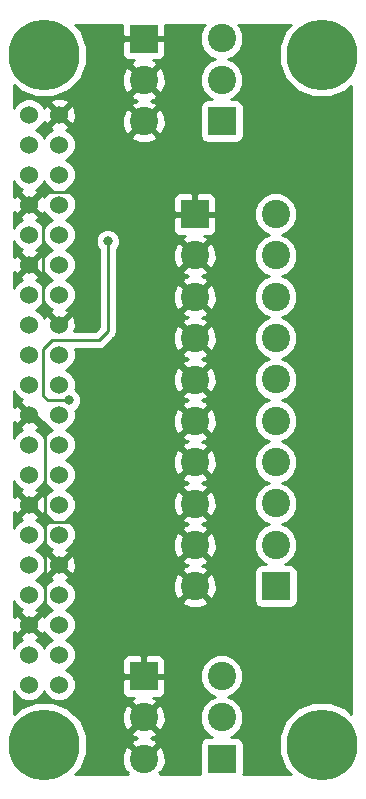
<source format=gtl>
G04 #@! TF.GenerationSoftware,KiCad,Pcbnew,(5.0.0)*
G04 #@! TF.CreationDate,2018-11-05T10:44:16+00:00*
G04 #@! TF.ProjectId,analog,616E616C6F672E6B696361645F706362,rev?*
G04 #@! TF.SameCoordinates,Original*
G04 #@! TF.FileFunction,Copper,L1,Top,Signal*
G04 #@! TF.FilePolarity,Positive*
%FSLAX46Y46*%
G04 Gerber Fmt 4.6, Leading zero omitted, Abs format (unit mm)*
G04 Created by KiCad (PCBNEW (5.0.0)) date 11/05/18 10:44:16*
%MOMM*%
%LPD*%
G01*
G04 APERTURE LIST*
G04 #@! TA.AperFunction,ComponentPad*
%ADD10C,6.000000*%
G04 #@! TD*
G04 #@! TA.AperFunction,ComponentPad*
%ADD11C,1.524000*%
G04 #@! TD*
G04 #@! TA.AperFunction,ComponentPad*
%ADD12C,2.400000*%
G04 #@! TD*
G04 #@! TA.AperFunction,ComponentPad*
%ADD13R,2.400000X2.400000*%
G04 #@! TD*
G04 #@! TA.AperFunction,ViaPad*
%ADD14C,0.800000*%
G04 #@! TD*
G04 #@! TA.AperFunction,Conductor*
%ADD15C,0.250000*%
G04 #@! TD*
G04 #@! TA.AperFunction,Conductor*
%ADD16C,0.254000*%
G04 #@! TD*
G04 APERTURE END LIST*
D10*
G04 #@! TO.P,U1,*
G04 #@! TO.N,*
X148665001Y-85800001D03*
X148665001Y-144220001D03*
X125170001Y-85800001D03*
X125170001Y-144220001D03*
D11*
G04 #@! TO.P,U1,40*
G04 #@! TO.N,Net-(U1-Pad40)*
X123900001Y-90880001D03*
G04 #@! TO.P,U1,39*
G04 #@! TO.N,GND*
X126440001Y-90880001D03*
G04 #@! TO.P,U1,38*
G04 #@! TO.N,Net-(U1-Pad38)*
X123900001Y-93420001D03*
G04 #@! TO.P,U1,37*
G04 #@! TO.N,Net-(U1-Pad37)*
X126440001Y-93420001D03*
G04 #@! TO.P,U1,36*
G04 #@! TO.N,Net-(U1-Pad36)*
X123900001Y-95960001D03*
G04 #@! TO.P,U1,35*
G04 #@! TO.N,Net-(U1-Pad35)*
X126440001Y-95960001D03*
G04 #@! TO.P,U1,34*
G04 #@! TO.N,GND*
X123900001Y-98500001D03*
G04 #@! TO.P,U1,33*
G04 #@! TO.N,Net-(U1-Pad33)*
X126440001Y-98500001D03*
G04 #@! TO.P,U1,32*
G04 #@! TO.N,Net-(U1-Pad32)*
X123900001Y-101040001D03*
G04 #@! TO.P,U1,31*
G04 #@! TO.N,Net-(U1-Pad31)*
X126440001Y-101040001D03*
G04 #@! TO.P,U1,30*
G04 #@! TO.N,GND*
X123900001Y-103580001D03*
G04 #@! TO.P,U1,29*
G04 #@! TO.N,Net-(U1-Pad29)*
X126440001Y-103580001D03*
G04 #@! TO.P,U1,28*
G04 #@! TO.N,Net-(U1-Pad28)*
X123900001Y-106120001D03*
G04 #@! TO.P,U1,27*
G04 #@! TO.N,Net-(U1-Pad27)*
X126440001Y-106120001D03*
G04 #@! TO.P,U1,26*
G04 #@! TO.N,Net-(U1-Pad26)*
X123900001Y-108660001D03*
G04 #@! TO.P,U1,25*
G04 #@! TO.N,GND*
X126440001Y-108660001D03*
G04 #@! TO.P,U1,24*
G04 #@! TO.N,Net-(U1-Pad24)*
X123900001Y-111200001D03*
G04 #@! TO.P,U1,23*
G04 #@! TO.N,Net-(U1-Pad23)*
X126440001Y-111200001D03*
G04 #@! TO.P,U1,22*
G04 #@! TO.N,Net-(U1-Pad22)*
X123900001Y-113740001D03*
G04 #@! TO.P,U1,21*
G04 #@! TO.N,Net-(U1-Pad21)*
X126440001Y-113740001D03*
G04 #@! TO.P,U1,20*
G04 #@! TO.N,GND*
X123900001Y-116280001D03*
G04 #@! TO.P,U1,19*
G04 #@! TO.N,Net-(U1-Pad19)*
X126440001Y-116280001D03*
G04 #@! TO.P,U1,18*
G04 #@! TO.N,Net-(U1-Pad18)*
X123900001Y-118820001D03*
G04 #@! TO.P,U1,17*
G04 #@! TO.N,Net-(U1-Pad17)*
X126440001Y-118820001D03*
G04 #@! TO.P,U1,16*
G04 #@! TO.N,Net-(U1-Pad16)*
X123900001Y-121360001D03*
G04 #@! TO.P,U1,15*
G04 #@! TO.N,Net-(U1-Pad15)*
X126440001Y-121360001D03*
G04 #@! TO.P,U1,14*
G04 #@! TO.N,GND*
X123900001Y-123900001D03*
G04 #@! TO.P,U1,13*
G04 #@! TO.N,Net-(U1-Pad13)*
X126440001Y-123900001D03*
G04 #@! TO.P,U1,12*
G04 #@! TO.N,Net-(U1-Pad12)*
X123900001Y-126440001D03*
G04 #@! TO.P,U1,11*
G04 #@! TO.N,Net-(U1-Pad11)*
X126440001Y-126440001D03*
G04 #@! TO.P,U1,10*
G04 #@! TO.N,Net-(U1-Pad10)*
X123900001Y-128980001D03*
G04 #@! TO.P,U1,9*
G04 #@! TO.N,GND*
X126440001Y-128980001D03*
G04 #@! TO.P,U1,8*
G04 #@! TO.N,Net-(U1-Pad8)*
X123900001Y-131520001D03*
G04 #@! TO.P,U1,7*
G04 #@! TO.N,Net-(U1-Pad7)*
X126440001Y-131520001D03*
G04 #@! TO.P,U1,6*
G04 #@! TO.N,GND*
X123900001Y-134060001D03*
G04 #@! TO.P,U1,5*
G04 #@! TO.N,SCL*
X126440001Y-134060001D03*
G04 #@! TO.P,U1,4*
G04 #@! TO.N,5V*
X123900001Y-136600001D03*
G04 #@! TO.P,U1,3*
G04 #@! TO.N,SDA*
X126440001Y-136600001D03*
G04 #@! TO.P,U1,2*
G04 #@! TO.N,5V*
X123900001Y-139140001D03*
G04 #@! TO.P,U1,1*
G04 #@! TO.N,Net-(U1-Pad1)*
X126440001Y-139140001D03*
G04 #@! TD*
D12*
G04 #@! TO.P,J3,3*
G04 #@! TO.N,Net-(J3-Pad3)*
X140208000Y-138415000D03*
G04 #@! TO.P,J3,2*
G04 #@! TO.N,Net-(J3-Pad2)*
X140208000Y-141915000D03*
D13*
G04 #@! TO.P,J3,1*
G04 #@! TO.N,Net-(J3-Pad1)*
X140208000Y-145415000D03*
G04 #@! TD*
G04 #@! TO.P,J4,1*
G04 #@! TO.N,GND*
X133604000Y-138430000D03*
D12*
G04 #@! TO.P,J4,2*
X133604000Y-141930000D03*
G04 #@! TO.P,J4,3*
X133604000Y-145430000D03*
G04 #@! TD*
D13*
G04 #@! TO.P,J1,1*
G04 #@! TO.N,Net-(J1-Pad1)*
X140208000Y-91440000D03*
D12*
G04 #@! TO.P,J1,2*
G04 #@! TO.N,Net-(J1-Pad2)*
X140208000Y-87940000D03*
G04 #@! TO.P,J1,3*
G04 #@! TO.N,Net-(J1-Pad3)*
X140208000Y-84440000D03*
G04 #@! TD*
D13*
G04 #@! TO.P,J2,1*
G04 #@! TO.N,Net-(J2-Pad1)*
X144780000Y-130810000D03*
D12*
G04 #@! TO.P,J2,2*
G04 #@! TO.N,Net-(J2-Pad2)*
X144780000Y-127310000D03*
G04 #@! TO.P,J2,3*
G04 #@! TO.N,Net-(J2-Pad3)*
X144780000Y-123810000D03*
G04 #@! TO.P,J2,4*
G04 #@! TO.N,Net-(J2-Pad4)*
X144780000Y-120310000D03*
G04 #@! TO.P,J2,5*
G04 #@! TO.N,Net-(J2-Pad5)*
X144780000Y-116810000D03*
G04 #@! TO.P,J2,6*
G04 #@! TO.N,Net-(J2-Pad6)*
X144780000Y-113310000D03*
G04 #@! TO.P,J2,7*
G04 #@! TO.N,Net-(J2-Pad7)*
X144780000Y-109810000D03*
G04 #@! TO.P,J2,8*
G04 #@! TO.N,Net-(J2-Pad8)*
X144780000Y-106310000D03*
G04 #@! TO.P,J2,9*
G04 #@! TO.N,Net-(J2-Pad9)*
X144780000Y-102810000D03*
G04 #@! TO.P,J2,10*
G04 #@! TO.N,Net-(J2-Pad10)*
X144780000Y-99310000D03*
G04 #@! TD*
D13*
G04 #@! TO.P,J5,1*
G04 #@! TO.N,GND*
X137922000Y-99314000D03*
D12*
G04 #@! TO.P,J5,2*
X137922000Y-102814000D03*
G04 #@! TO.P,J5,3*
X137922000Y-106314000D03*
G04 #@! TO.P,J5,4*
X137922000Y-109814000D03*
G04 #@! TO.P,J5,5*
X137922000Y-113314000D03*
G04 #@! TO.P,J5,6*
X137922000Y-116814000D03*
G04 #@! TO.P,J5,7*
X137922000Y-120314000D03*
G04 #@! TO.P,J5,8*
X137922000Y-123814000D03*
G04 #@! TO.P,J5,9*
X137922000Y-127314000D03*
G04 #@! TO.P,J5,10*
X137922000Y-130814000D03*
G04 #@! TD*
G04 #@! TO.P,J6,3*
G04 #@! TO.N,GND*
X133604000Y-91455000D03*
G04 #@! TO.P,J6,2*
X133604000Y-87955000D03*
D13*
G04 #@! TO.P,J6,1*
X133604000Y-84455000D03*
G04 #@! TD*
D14*
G04 #@! TO.N,GND*
X130556000Y-99060000D03*
G04 #@! TO.N,Net-(JP3-Pad2)*
X127254000Y-115062000D03*
X130556000Y-101600000D03*
G04 #@! TD*
D15*
G04 #@! TO.N,GND*
X123900001Y-123900001D02*
X124154001Y-123900001D01*
X124154001Y-123900001D02*
X125222000Y-124968000D01*
X125222000Y-127762000D02*
X126440001Y-128980001D01*
X125222000Y-124968000D02*
X125222000Y-127762000D01*
X123900001Y-134060001D02*
X123900001Y-133909999D01*
X125222000Y-132588000D02*
X125222000Y-127762000D01*
X123900001Y-133909999D02*
X125222000Y-132588000D01*
X133604000Y-135132000D02*
X137922000Y-130814000D01*
X133604000Y-138430000D02*
X133604000Y-135132000D01*
X136387000Y-125349000D02*
X137922000Y-123814000D01*
X125222000Y-124968000D02*
X125603000Y-125349000D01*
X125603000Y-125349000D02*
X136387000Y-125349000D01*
X123900001Y-116280001D02*
X124408001Y-116280001D01*
X125222000Y-117094000D02*
X125222000Y-124968000D01*
X124408001Y-116280001D02*
X125222000Y-117094000D01*
X123900001Y-103580001D02*
X124154001Y-103580001D01*
X124154001Y-103580001D02*
X125095000Y-104521000D01*
X125095000Y-107315000D02*
X126440001Y-108660001D01*
X125095000Y-104521000D02*
X125095000Y-107315000D01*
X123900001Y-98500001D02*
X123900001Y-98627001D01*
X125095000Y-99822000D02*
X125095000Y-104521000D01*
X123900001Y-98627001D02*
X125095000Y-99822000D01*
X123900001Y-98500001D02*
X123900001Y-98222999D01*
X123900001Y-98222999D02*
X124714000Y-97409000D01*
X124714000Y-97409000D02*
X129794000Y-97409000D01*
X129794000Y-97409000D02*
X130556000Y-98171000D01*
X130556000Y-98171000D02*
X130556000Y-99060000D01*
G04 #@! TO.N,Net-(JP3-Pad2)*
X127254000Y-115062000D02*
X125476000Y-115062000D01*
X125476000Y-115062000D02*
X125095000Y-114681000D01*
X125095000Y-114681000D02*
X125095000Y-110744000D01*
X125095000Y-110744000D02*
X125857000Y-109982000D01*
X125857000Y-109982000D02*
X129794000Y-109982000D01*
X129794000Y-109982000D02*
X130556000Y-109220000D01*
X130556000Y-109220000D02*
X130556000Y-101600000D01*
G04 #@! TD*
D16*
G04 #@! TO.N,GND*
G36*
X131769000Y-84169250D02*
X131927750Y-84328000D01*
X133477000Y-84328000D01*
X133477000Y-84308000D01*
X133731000Y-84308000D01*
X133731000Y-84328000D01*
X135280250Y-84328000D01*
X135439000Y-84169250D01*
X135439000Y-83260000D01*
X138792918Y-83260000D01*
X138652362Y-83400556D01*
X138373000Y-84074996D01*
X138373000Y-84805004D01*
X138652362Y-85479444D01*
X139168556Y-85995638D01*
X139637788Y-86190000D01*
X139168556Y-86384362D01*
X138652362Y-86900556D01*
X138373000Y-87574996D01*
X138373000Y-88305004D01*
X138652362Y-88979444D01*
X139168556Y-89495638D01*
X139402547Y-89592560D01*
X139008000Y-89592560D01*
X138760235Y-89641843D01*
X138550191Y-89782191D01*
X138409843Y-89992235D01*
X138360560Y-90240000D01*
X138360560Y-92640000D01*
X138409843Y-92887765D01*
X138550191Y-93097809D01*
X138760235Y-93238157D01*
X139008000Y-93287440D01*
X141408000Y-93287440D01*
X141655765Y-93238157D01*
X141865809Y-93097809D01*
X142006157Y-92887765D01*
X142055440Y-92640000D01*
X142055440Y-90240000D01*
X142006157Y-89992235D01*
X141865809Y-89782191D01*
X141655765Y-89641843D01*
X141408000Y-89592560D01*
X141013453Y-89592560D01*
X141247444Y-89495638D01*
X141763638Y-88979444D01*
X142043000Y-88305004D01*
X142043000Y-87574996D01*
X141763638Y-86900556D01*
X141247444Y-86384362D01*
X140778212Y-86190000D01*
X141247444Y-85995638D01*
X141763638Y-85479444D01*
X142043000Y-84805004D01*
X142043000Y-84074996D01*
X141763638Y-83400556D01*
X141623082Y-83260000D01*
X146064336Y-83260000D01*
X145583397Y-83740939D01*
X145030001Y-85076955D01*
X145030001Y-86523047D01*
X145583397Y-87859063D01*
X146605939Y-88881605D01*
X147941955Y-89435001D01*
X149388047Y-89435001D01*
X150724063Y-88881605D01*
X151182000Y-88423668D01*
X151182001Y-141596335D01*
X150724063Y-141138397D01*
X149388047Y-140585001D01*
X147941955Y-140585001D01*
X146605939Y-141138397D01*
X145583397Y-142160939D01*
X145030001Y-143496955D01*
X145030001Y-144943047D01*
X145583397Y-146279063D01*
X146041334Y-146737000D01*
X142031173Y-146737000D01*
X142055440Y-146615000D01*
X142055440Y-144215000D01*
X142006157Y-143967235D01*
X141865809Y-143757191D01*
X141655765Y-143616843D01*
X141408000Y-143567560D01*
X141013453Y-143567560D01*
X141247444Y-143470638D01*
X141763638Y-142954444D01*
X142043000Y-142280004D01*
X142043000Y-141549996D01*
X141763638Y-140875556D01*
X141247444Y-140359362D01*
X140778212Y-140165000D01*
X141247444Y-139970638D01*
X141763638Y-139454444D01*
X142043000Y-138780004D01*
X142043000Y-138049996D01*
X141763638Y-137375556D01*
X141247444Y-136859362D01*
X140573004Y-136580000D01*
X139842996Y-136580000D01*
X139168556Y-136859362D01*
X138652362Y-137375556D01*
X138373000Y-138049996D01*
X138373000Y-138780004D01*
X138652362Y-139454444D01*
X139168556Y-139970638D01*
X139637788Y-140165000D01*
X139168556Y-140359362D01*
X138652362Y-140875556D01*
X138373000Y-141549996D01*
X138373000Y-142280004D01*
X138652362Y-142954444D01*
X139168556Y-143470638D01*
X139402547Y-143567560D01*
X139008000Y-143567560D01*
X138760235Y-143616843D01*
X138550191Y-143757191D01*
X138409843Y-143967235D01*
X138360560Y-144215000D01*
X138360560Y-146615000D01*
X138384827Y-146737000D01*
X134939404Y-146737000D01*
X135015006Y-146661398D01*
X134901177Y-146547569D01*
X135188788Y-146424435D01*
X135448707Y-145742266D01*
X135427786Y-145012557D01*
X135188788Y-144435565D01*
X134901175Y-144312430D01*
X133783605Y-145430000D01*
X133797748Y-145444143D01*
X133618143Y-145623748D01*
X133604000Y-145609605D01*
X133589858Y-145623748D01*
X133410253Y-145444143D01*
X133424395Y-145430000D01*
X132306825Y-144312430D01*
X132019212Y-144435565D01*
X131759293Y-145117734D01*
X131780214Y-145847443D01*
X132019212Y-146424435D01*
X132306823Y-146547569D01*
X132192994Y-146661398D01*
X132268596Y-146737000D01*
X127793668Y-146737000D01*
X128251605Y-146279063D01*
X128805001Y-144943047D01*
X128805001Y-143496955D01*
X128693255Y-143227175D01*
X132486430Y-143227175D01*
X132609565Y-143514788D01*
X133025071Y-143673104D01*
X132609565Y-143845212D01*
X132486430Y-144132825D01*
X133604000Y-145250395D01*
X134721570Y-144132825D01*
X134598435Y-143845212D01*
X134182929Y-143686896D01*
X134598435Y-143514788D01*
X134721570Y-143227175D01*
X133604000Y-142109605D01*
X132486430Y-143227175D01*
X128693255Y-143227175D01*
X128251605Y-142160939D01*
X127708400Y-141617734D01*
X131759293Y-141617734D01*
X131780214Y-142347443D01*
X132019212Y-142924435D01*
X132306825Y-143047570D01*
X133424395Y-141930000D01*
X133783605Y-141930000D01*
X134901175Y-143047570D01*
X135188788Y-142924435D01*
X135448707Y-142242266D01*
X135427786Y-141512557D01*
X135188788Y-140935565D01*
X134901175Y-140812430D01*
X133783605Y-141930000D01*
X133424395Y-141930000D01*
X132306825Y-140812430D01*
X132019212Y-140935565D01*
X131759293Y-141617734D01*
X127708400Y-141617734D01*
X127229063Y-141138397D01*
X125893047Y-140585001D01*
X124446955Y-140585001D01*
X123110939Y-141138397D01*
X122630000Y-141619336D01*
X122630000Y-139724485D01*
X122715681Y-139931338D01*
X123108664Y-140324321D01*
X123622120Y-140537001D01*
X124177882Y-140537001D01*
X124691338Y-140324321D01*
X125084321Y-139931338D01*
X125170001Y-139724488D01*
X125255681Y-139931338D01*
X125648664Y-140324321D01*
X126162120Y-140537001D01*
X126717882Y-140537001D01*
X127231338Y-140324321D01*
X127624321Y-139931338D01*
X127837001Y-139417882D01*
X127837001Y-138862120D01*
X127776373Y-138715750D01*
X131769000Y-138715750D01*
X131769000Y-139756309D01*
X131865673Y-139989698D01*
X132044301Y-140168327D01*
X132277690Y-140265000D01*
X132803214Y-140265000D01*
X132609565Y-140345212D01*
X132486430Y-140632825D01*
X133604000Y-141750395D01*
X134721570Y-140632825D01*
X134598435Y-140345212D01*
X134387915Y-140265000D01*
X134930310Y-140265000D01*
X135163699Y-140168327D01*
X135342327Y-139989698D01*
X135439000Y-139756309D01*
X135439000Y-138715750D01*
X135280250Y-138557000D01*
X133731000Y-138557000D01*
X133731000Y-138577000D01*
X133477000Y-138577000D01*
X133477000Y-138557000D01*
X131927750Y-138557000D01*
X131769000Y-138715750D01*
X127776373Y-138715750D01*
X127624321Y-138348664D01*
X127231338Y-137955681D01*
X127024488Y-137870001D01*
X127231338Y-137784321D01*
X127624321Y-137391338D01*
X127743468Y-137103691D01*
X131769000Y-137103691D01*
X131769000Y-138144250D01*
X131927750Y-138303000D01*
X133477000Y-138303000D01*
X133477000Y-136753750D01*
X133731000Y-136753750D01*
X133731000Y-138303000D01*
X135280250Y-138303000D01*
X135439000Y-138144250D01*
X135439000Y-137103691D01*
X135342327Y-136870302D01*
X135163699Y-136691673D01*
X134930310Y-136595000D01*
X133889750Y-136595000D01*
X133731000Y-136753750D01*
X133477000Y-136753750D01*
X133318250Y-136595000D01*
X132277690Y-136595000D01*
X132044301Y-136691673D01*
X131865673Y-136870302D01*
X131769000Y-137103691D01*
X127743468Y-137103691D01*
X127837001Y-136877882D01*
X127837001Y-136322120D01*
X127624321Y-135808664D01*
X127231338Y-135415681D01*
X127024488Y-135330001D01*
X127231338Y-135244321D01*
X127624321Y-134851338D01*
X127837001Y-134337882D01*
X127837001Y-133782120D01*
X127624321Y-133268664D01*
X127231338Y-132875681D01*
X127024488Y-132790001D01*
X127231338Y-132704321D01*
X127624321Y-132311338D01*
X127707231Y-132111175D01*
X136804430Y-132111175D01*
X136927565Y-132398788D01*
X137609734Y-132658707D01*
X138339443Y-132637786D01*
X138916435Y-132398788D01*
X139039570Y-132111175D01*
X137922000Y-130993605D01*
X136804430Y-132111175D01*
X127707231Y-132111175D01*
X127837001Y-131797882D01*
X127837001Y-131242120D01*
X127624321Y-130728664D01*
X127397391Y-130501734D01*
X136077293Y-130501734D01*
X136098214Y-131231443D01*
X136337212Y-131808435D01*
X136624825Y-131931570D01*
X137742395Y-130814000D01*
X138101605Y-130814000D01*
X139219175Y-131931570D01*
X139506788Y-131808435D01*
X139766707Y-131126266D01*
X139745786Y-130396557D01*
X139506788Y-129819565D01*
X139219175Y-129696430D01*
X138101605Y-130814000D01*
X137742395Y-130814000D01*
X136624825Y-129696430D01*
X136337212Y-129819565D01*
X136077293Y-130501734D01*
X127397391Y-130501734D01*
X127231338Y-130335681D01*
X127040354Y-130256573D01*
X127171144Y-130202398D01*
X127240609Y-129960214D01*
X126440001Y-129159606D01*
X125639393Y-129960214D01*
X125708858Y-130202398D01*
X125849394Y-130252536D01*
X125648664Y-130335681D01*
X125255681Y-130728664D01*
X125170001Y-130935514D01*
X125084321Y-130728664D01*
X124691338Y-130335681D01*
X124484488Y-130250001D01*
X124691338Y-130164321D01*
X125084321Y-129771338D01*
X125163429Y-129580354D01*
X125217604Y-129711144D01*
X125459788Y-129780609D01*
X126260396Y-128980001D01*
X126619606Y-128980001D01*
X127420214Y-129780609D01*
X127662398Y-129711144D01*
X127849145Y-129187699D01*
X127821363Y-128632633D01*
X127812475Y-128611175D01*
X136804430Y-128611175D01*
X136927565Y-128898788D01*
X137343071Y-129057104D01*
X136927565Y-129229212D01*
X136804430Y-129516825D01*
X137922000Y-130634395D01*
X138946395Y-129610000D01*
X142932560Y-129610000D01*
X142932560Y-132010000D01*
X142981843Y-132257765D01*
X143122191Y-132467809D01*
X143332235Y-132608157D01*
X143580000Y-132657440D01*
X145980000Y-132657440D01*
X146227765Y-132608157D01*
X146437809Y-132467809D01*
X146578157Y-132257765D01*
X146627440Y-132010000D01*
X146627440Y-129610000D01*
X146578157Y-129362235D01*
X146437809Y-129152191D01*
X146227765Y-129011843D01*
X145980000Y-128962560D01*
X145585453Y-128962560D01*
X145819444Y-128865638D01*
X146335638Y-128349444D01*
X146615000Y-127675004D01*
X146615000Y-126944996D01*
X146335638Y-126270556D01*
X145819444Y-125754362D01*
X145350212Y-125560000D01*
X145819444Y-125365638D01*
X146335638Y-124849444D01*
X146615000Y-124175004D01*
X146615000Y-123444996D01*
X146335638Y-122770556D01*
X145819444Y-122254362D01*
X145350212Y-122060000D01*
X145819444Y-121865638D01*
X146335638Y-121349444D01*
X146615000Y-120675004D01*
X146615000Y-119944996D01*
X146335638Y-119270556D01*
X145819444Y-118754362D01*
X145350212Y-118560000D01*
X145819444Y-118365638D01*
X146335638Y-117849444D01*
X146615000Y-117175004D01*
X146615000Y-116444996D01*
X146335638Y-115770556D01*
X145819444Y-115254362D01*
X145350212Y-115060000D01*
X145819444Y-114865638D01*
X146335638Y-114349444D01*
X146615000Y-113675004D01*
X146615000Y-112944996D01*
X146335638Y-112270556D01*
X145819444Y-111754362D01*
X145350212Y-111560000D01*
X145819444Y-111365638D01*
X146335638Y-110849444D01*
X146615000Y-110175004D01*
X146615000Y-109444996D01*
X146335638Y-108770556D01*
X145819444Y-108254362D01*
X145350212Y-108060000D01*
X145819444Y-107865638D01*
X146335638Y-107349444D01*
X146615000Y-106675004D01*
X146615000Y-105944996D01*
X146335638Y-105270556D01*
X145819444Y-104754362D01*
X145350212Y-104560000D01*
X145819444Y-104365638D01*
X146335638Y-103849444D01*
X146615000Y-103175004D01*
X146615000Y-102444996D01*
X146335638Y-101770556D01*
X145819444Y-101254362D01*
X145350212Y-101060000D01*
X145819444Y-100865638D01*
X146335638Y-100349444D01*
X146615000Y-99675004D01*
X146615000Y-98944996D01*
X146335638Y-98270556D01*
X145819444Y-97754362D01*
X145145004Y-97475000D01*
X144414996Y-97475000D01*
X143740556Y-97754362D01*
X143224362Y-98270556D01*
X142945000Y-98944996D01*
X142945000Y-99675004D01*
X143224362Y-100349444D01*
X143740556Y-100865638D01*
X144209788Y-101060000D01*
X143740556Y-101254362D01*
X143224362Y-101770556D01*
X142945000Y-102444996D01*
X142945000Y-103175004D01*
X143224362Y-103849444D01*
X143740556Y-104365638D01*
X144209788Y-104560000D01*
X143740556Y-104754362D01*
X143224362Y-105270556D01*
X142945000Y-105944996D01*
X142945000Y-106675004D01*
X143224362Y-107349444D01*
X143740556Y-107865638D01*
X144209788Y-108060000D01*
X143740556Y-108254362D01*
X143224362Y-108770556D01*
X142945000Y-109444996D01*
X142945000Y-110175004D01*
X143224362Y-110849444D01*
X143740556Y-111365638D01*
X144209788Y-111560000D01*
X143740556Y-111754362D01*
X143224362Y-112270556D01*
X142945000Y-112944996D01*
X142945000Y-113675004D01*
X143224362Y-114349444D01*
X143740556Y-114865638D01*
X144209788Y-115060000D01*
X143740556Y-115254362D01*
X143224362Y-115770556D01*
X142945000Y-116444996D01*
X142945000Y-117175004D01*
X143224362Y-117849444D01*
X143740556Y-118365638D01*
X144209788Y-118560000D01*
X143740556Y-118754362D01*
X143224362Y-119270556D01*
X142945000Y-119944996D01*
X142945000Y-120675004D01*
X143224362Y-121349444D01*
X143740556Y-121865638D01*
X144209788Y-122060000D01*
X143740556Y-122254362D01*
X143224362Y-122770556D01*
X142945000Y-123444996D01*
X142945000Y-124175004D01*
X143224362Y-124849444D01*
X143740556Y-125365638D01*
X144209788Y-125560000D01*
X143740556Y-125754362D01*
X143224362Y-126270556D01*
X142945000Y-126944996D01*
X142945000Y-127675004D01*
X143224362Y-128349444D01*
X143740556Y-128865638D01*
X143974547Y-128962560D01*
X143580000Y-128962560D01*
X143332235Y-129011843D01*
X143122191Y-129152191D01*
X142981843Y-129362235D01*
X142932560Y-129610000D01*
X138946395Y-129610000D01*
X139039570Y-129516825D01*
X138916435Y-129229212D01*
X138500929Y-129070896D01*
X138916435Y-128898788D01*
X139039570Y-128611175D01*
X137922000Y-127493605D01*
X136804430Y-128611175D01*
X127812475Y-128611175D01*
X127662398Y-128248858D01*
X127420214Y-128179393D01*
X126619606Y-128980001D01*
X126260396Y-128980001D01*
X125459788Y-128179393D01*
X125217604Y-128248858D01*
X125167466Y-128389394D01*
X125084321Y-128188664D01*
X124691338Y-127795681D01*
X124484488Y-127710001D01*
X124691338Y-127624321D01*
X125084321Y-127231338D01*
X125170001Y-127024488D01*
X125255681Y-127231338D01*
X125648664Y-127624321D01*
X125839648Y-127703429D01*
X125708858Y-127757604D01*
X125639393Y-127999788D01*
X126440001Y-128800396D01*
X127240609Y-127999788D01*
X127171144Y-127757604D01*
X127030608Y-127707466D01*
X127231338Y-127624321D01*
X127624321Y-127231338D01*
X127719425Y-127001734D01*
X136077293Y-127001734D01*
X136098214Y-127731443D01*
X136337212Y-128308435D01*
X136624825Y-128431570D01*
X137742395Y-127314000D01*
X138101605Y-127314000D01*
X139219175Y-128431570D01*
X139506788Y-128308435D01*
X139766707Y-127626266D01*
X139745786Y-126896557D01*
X139506788Y-126319565D01*
X139219175Y-126196430D01*
X138101605Y-127314000D01*
X137742395Y-127314000D01*
X136624825Y-126196430D01*
X136337212Y-126319565D01*
X136077293Y-127001734D01*
X127719425Y-127001734D01*
X127837001Y-126717882D01*
X127837001Y-126162120D01*
X127624321Y-125648664D01*
X127231338Y-125255681D01*
X127024488Y-125170001D01*
X127166506Y-125111175D01*
X136804430Y-125111175D01*
X136927565Y-125398788D01*
X137343071Y-125557104D01*
X136927565Y-125729212D01*
X136804430Y-126016825D01*
X137922000Y-127134395D01*
X139039570Y-126016825D01*
X138916435Y-125729212D01*
X138500929Y-125570896D01*
X138916435Y-125398788D01*
X139039570Y-125111175D01*
X137922000Y-123993605D01*
X136804430Y-125111175D01*
X127166506Y-125111175D01*
X127231338Y-125084321D01*
X127624321Y-124691338D01*
X127837001Y-124177882D01*
X127837001Y-123622120D01*
X127787136Y-123501734D01*
X136077293Y-123501734D01*
X136098214Y-124231443D01*
X136337212Y-124808435D01*
X136624825Y-124931570D01*
X137742395Y-123814000D01*
X138101605Y-123814000D01*
X139219175Y-124931570D01*
X139506788Y-124808435D01*
X139766707Y-124126266D01*
X139745786Y-123396557D01*
X139506788Y-122819565D01*
X139219175Y-122696430D01*
X138101605Y-123814000D01*
X137742395Y-123814000D01*
X136624825Y-122696430D01*
X136337212Y-122819565D01*
X136077293Y-123501734D01*
X127787136Y-123501734D01*
X127624321Y-123108664D01*
X127231338Y-122715681D01*
X127024488Y-122630001D01*
X127231338Y-122544321D01*
X127624321Y-122151338D01*
X127837001Y-121637882D01*
X127837001Y-121611175D01*
X136804430Y-121611175D01*
X136927565Y-121898788D01*
X137343071Y-122057104D01*
X136927565Y-122229212D01*
X136804430Y-122516825D01*
X137922000Y-123634395D01*
X139039570Y-122516825D01*
X138916435Y-122229212D01*
X138500929Y-122070896D01*
X138916435Y-121898788D01*
X139039570Y-121611175D01*
X137922000Y-120493605D01*
X136804430Y-121611175D01*
X127837001Y-121611175D01*
X127837001Y-121082120D01*
X127624321Y-120568664D01*
X127231338Y-120175681D01*
X127024488Y-120090001D01*
X127231338Y-120004321D01*
X127233925Y-120001734D01*
X136077293Y-120001734D01*
X136098214Y-120731443D01*
X136337212Y-121308435D01*
X136624825Y-121431570D01*
X137742395Y-120314000D01*
X138101605Y-120314000D01*
X139219175Y-121431570D01*
X139506788Y-121308435D01*
X139766707Y-120626266D01*
X139745786Y-119896557D01*
X139506788Y-119319565D01*
X139219175Y-119196430D01*
X138101605Y-120314000D01*
X137742395Y-120314000D01*
X136624825Y-119196430D01*
X136337212Y-119319565D01*
X136077293Y-120001734D01*
X127233925Y-120001734D01*
X127624321Y-119611338D01*
X127837001Y-119097882D01*
X127837001Y-118542120D01*
X127658499Y-118111175D01*
X136804430Y-118111175D01*
X136927565Y-118398788D01*
X137343071Y-118557104D01*
X136927565Y-118729212D01*
X136804430Y-119016825D01*
X137922000Y-120134395D01*
X139039570Y-119016825D01*
X138916435Y-118729212D01*
X138500929Y-118570896D01*
X138916435Y-118398788D01*
X139039570Y-118111175D01*
X137922000Y-116993605D01*
X136804430Y-118111175D01*
X127658499Y-118111175D01*
X127624321Y-118028664D01*
X127231338Y-117635681D01*
X127024488Y-117550001D01*
X127231338Y-117464321D01*
X127624321Y-117071338D01*
X127837001Y-116557882D01*
X127837001Y-116501734D01*
X136077293Y-116501734D01*
X136098214Y-117231443D01*
X136337212Y-117808435D01*
X136624825Y-117931570D01*
X137742395Y-116814000D01*
X138101605Y-116814000D01*
X139219175Y-117931570D01*
X139506788Y-117808435D01*
X139766707Y-117126266D01*
X139745786Y-116396557D01*
X139506788Y-115819565D01*
X139219175Y-115696430D01*
X138101605Y-116814000D01*
X137742395Y-116814000D01*
X136624825Y-115696430D01*
X136337212Y-115819565D01*
X136077293Y-116501734D01*
X127837001Y-116501734D01*
X127837001Y-116002120D01*
X127815317Y-115949771D01*
X127840280Y-115939431D01*
X128131431Y-115648280D01*
X128289000Y-115267874D01*
X128289000Y-114856126D01*
X128187539Y-114611175D01*
X136804430Y-114611175D01*
X136927565Y-114898788D01*
X137343071Y-115057104D01*
X136927565Y-115229212D01*
X136804430Y-115516825D01*
X137922000Y-116634395D01*
X139039570Y-115516825D01*
X138916435Y-115229212D01*
X138500929Y-115070896D01*
X138916435Y-114898788D01*
X139039570Y-114611175D01*
X137922000Y-113493605D01*
X136804430Y-114611175D01*
X128187539Y-114611175D01*
X128131431Y-114475720D01*
X127840280Y-114184569D01*
X127778549Y-114158999D01*
X127837001Y-114017882D01*
X127837001Y-113462120D01*
X127646304Y-113001734D01*
X136077293Y-113001734D01*
X136098214Y-113731443D01*
X136337212Y-114308435D01*
X136624825Y-114431570D01*
X137742395Y-113314000D01*
X138101605Y-113314000D01*
X139219175Y-114431570D01*
X139506788Y-114308435D01*
X139766707Y-113626266D01*
X139745786Y-112896557D01*
X139506788Y-112319565D01*
X139219175Y-112196430D01*
X138101605Y-113314000D01*
X137742395Y-113314000D01*
X136624825Y-112196430D01*
X136337212Y-112319565D01*
X136077293Y-113001734D01*
X127646304Y-113001734D01*
X127624321Y-112948664D01*
X127231338Y-112555681D01*
X127024488Y-112470001D01*
X127231338Y-112384321D01*
X127624321Y-111991338D01*
X127837001Y-111477882D01*
X127837001Y-111111175D01*
X136804430Y-111111175D01*
X136927565Y-111398788D01*
X137343071Y-111557104D01*
X136927565Y-111729212D01*
X136804430Y-112016825D01*
X137922000Y-113134395D01*
X139039570Y-112016825D01*
X138916435Y-111729212D01*
X138500929Y-111570896D01*
X138916435Y-111398788D01*
X139039570Y-111111175D01*
X137922000Y-109993605D01*
X136804430Y-111111175D01*
X127837001Y-111111175D01*
X127837001Y-110922120D01*
X127762393Y-110742000D01*
X129719153Y-110742000D01*
X129794000Y-110756888D01*
X129868847Y-110742000D01*
X129868852Y-110742000D01*
X130090537Y-110697904D01*
X130341929Y-110529929D01*
X130384331Y-110466470D01*
X131040473Y-109810329D01*
X131103929Y-109767929D01*
X131193154Y-109634395D01*
X131271904Y-109516538D01*
X131274848Y-109501734D01*
X136077293Y-109501734D01*
X136098214Y-110231443D01*
X136337212Y-110808435D01*
X136624825Y-110931570D01*
X137742395Y-109814000D01*
X138101605Y-109814000D01*
X139219175Y-110931570D01*
X139506788Y-110808435D01*
X139766707Y-110126266D01*
X139745786Y-109396557D01*
X139506788Y-108819565D01*
X139219175Y-108696430D01*
X138101605Y-109814000D01*
X137742395Y-109814000D01*
X136624825Y-108696430D01*
X136337212Y-108819565D01*
X136077293Y-109501734D01*
X131274848Y-109501734D01*
X131286134Y-109444996D01*
X131316000Y-109294852D01*
X131316000Y-109294848D01*
X131330888Y-109220000D01*
X131316000Y-109145152D01*
X131316000Y-107611175D01*
X136804430Y-107611175D01*
X136927565Y-107898788D01*
X137343071Y-108057104D01*
X136927565Y-108229212D01*
X136804430Y-108516825D01*
X137922000Y-109634395D01*
X139039570Y-108516825D01*
X138916435Y-108229212D01*
X138500929Y-108070896D01*
X138916435Y-107898788D01*
X139039570Y-107611175D01*
X137922000Y-106493605D01*
X136804430Y-107611175D01*
X131316000Y-107611175D01*
X131316000Y-106001734D01*
X136077293Y-106001734D01*
X136098214Y-106731443D01*
X136337212Y-107308435D01*
X136624825Y-107431570D01*
X137742395Y-106314000D01*
X138101605Y-106314000D01*
X139219175Y-107431570D01*
X139506788Y-107308435D01*
X139766707Y-106626266D01*
X139745786Y-105896557D01*
X139506788Y-105319565D01*
X139219175Y-105196430D01*
X138101605Y-106314000D01*
X137742395Y-106314000D01*
X136624825Y-105196430D01*
X136337212Y-105319565D01*
X136077293Y-106001734D01*
X131316000Y-106001734D01*
X131316000Y-104111175D01*
X136804430Y-104111175D01*
X136927565Y-104398788D01*
X137343071Y-104557104D01*
X136927565Y-104729212D01*
X136804430Y-105016825D01*
X137922000Y-106134395D01*
X139039570Y-105016825D01*
X138916435Y-104729212D01*
X138500929Y-104570896D01*
X138916435Y-104398788D01*
X139039570Y-104111175D01*
X137922000Y-102993605D01*
X136804430Y-104111175D01*
X131316000Y-104111175D01*
X131316000Y-102501734D01*
X136077293Y-102501734D01*
X136098214Y-103231443D01*
X136337212Y-103808435D01*
X136624825Y-103931570D01*
X137742395Y-102814000D01*
X138101605Y-102814000D01*
X139219175Y-103931570D01*
X139506788Y-103808435D01*
X139766707Y-103126266D01*
X139745786Y-102396557D01*
X139506788Y-101819565D01*
X139219175Y-101696430D01*
X138101605Y-102814000D01*
X137742395Y-102814000D01*
X136624825Y-101696430D01*
X136337212Y-101819565D01*
X136077293Y-102501734D01*
X131316000Y-102501734D01*
X131316000Y-102303711D01*
X131433431Y-102186280D01*
X131591000Y-101805874D01*
X131591000Y-101394126D01*
X131433431Y-101013720D01*
X131142280Y-100722569D01*
X130761874Y-100565000D01*
X130350126Y-100565000D01*
X129969720Y-100722569D01*
X129678569Y-101013720D01*
X129521000Y-101394126D01*
X129521000Y-101805874D01*
X129678569Y-102186280D01*
X129796001Y-102303712D01*
X129796000Y-108905198D01*
X129479199Y-109222000D01*
X127722743Y-109222000D01*
X127849145Y-108867699D01*
X127821363Y-108312633D01*
X127662398Y-107928858D01*
X127420214Y-107859393D01*
X126619606Y-108660001D01*
X126633749Y-108674144D01*
X126454144Y-108853749D01*
X126440001Y-108839606D01*
X126425859Y-108853749D01*
X126246254Y-108674144D01*
X126260396Y-108660001D01*
X125459788Y-107859393D01*
X125217604Y-107928858D01*
X125167466Y-108069394D01*
X125084321Y-107868664D01*
X124691338Y-107475681D01*
X124484488Y-107390001D01*
X124691338Y-107304321D01*
X125084321Y-106911338D01*
X125170001Y-106704488D01*
X125255681Y-106911338D01*
X125648664Y-107304321D01*
X125839648Y-107383429D01*
X125708858Y-107437604D01*
X125639393Y-107679788D01*
X126440001Y-108480396D01*
X127240609Y-107679788D01*
X127171144Y-107437604D01*
X127030608Y-107387466D01*
X127231338Y-107304321D01*
X127624321Y-106911338D01*
X127837001Y-106397882D01*
X127837001Y-105842120D01*
X127624321Y-105328664D01*
X127231338Y-104935681D01*
X127024488Y-104850001D01*
X127231338Y-104764321D01*
X127624321Y-104371338D01*
X127837001Y-103857882D01*
X127837001Y-103302120D01*
X127624321Y-102788664D01*
X127231338Y-102395681D01*
X127024488Y-102310001D01*
X127231338Y-102224321D01*
X127624321Y-101831338D01*
X127837001Y-101317882D01*
X127837001Y-100762120D01*
X127624321Y-100248664D01*
X127231338Y-99855681D01*
X127024488Y-99770001D01*
X127231338Y-99684321D01*
X127315909Y-99599750D01*
X136087000Y-99599750D01*
X136087000Y-100640309D01*
X136183673Y-100873698D01*
X136362301Y-101052327D01*
X136595690Y-101149000D01*
X137121214Y-101149000D01*
X136927565Y-101229212D01*
X136804430Y-101516825D01*
X137922000Y-102634395D01*
X139039570Y-101516825D01*
X138916435Y-101229212D01*
X138705915Y-101149000D01*
X139248310Y-101149000D01*
X139481699Y-101052327D01*
X139660327Y-100873698D01*
X139757000Y-100640309D01*
X139757000Y-99599750D01*
X139598250Y-99441000D01*
X138049000Y-99441000D01*
X138049000Y-99461000D01*
X137795000Y-99461000D01*
X137795000Y-99441000D01*
X136245750Y-99441000D01*
X136087000Y-99599750D01*
X127315909Y-99599750D01*
X127624321Y-99291338D01*
X127837001Y-98777882D01*
X127837001Y-98222120D01*
X127739898Y-97987691D01*
X136087000Y-97987691D01*
X136087000Y-99028250D01*
X136245750Y-99187000D01*
X137795000Y-99187000D01*
X137795000Y-97637750D01*
X138049000Y-97637750D01*
X138049000Y-99187000D01*
X139598250Y-99187000D01*
X139757000Y-99028250D01*
X139757000Y-97987691D01*
X139660327Y-97754302D01*
X139481699Y-97575673D01*
X139248310Y-97479000D01*
X138207750Y-97479000D01*
X138049000Y-97637750D01*
X137795000Y-97637750D01*
X137636250Y-97479000D01*
X136595690Y-97479000D01*
X136362301Y-97575673D01*
X136183673Y-97754302D01*
X136087000Y-97987691D01*
X127739898Y-97987691D01*
X127624321Y-97708664D01*
X127231338Y-97315681D01*
X127024488Y-97230001D01*
X127231338Y-97144321D01*
X127624321Y-96751338D01*
X127837001Y-96237882D01*
X127837001Y-95682120D01*
X127624321Y-95168664D01*
X127231338Y-94775681D01*
X127024488Y-94690001D01*
X127231338Y-94604321D01*
X127624321Y-94211338D01*
X127837001Y-93697882D01*
X127837001Y-93142120D01*
X127675481Y-92752175D01*
X132486430Y-92752175D01*
X132609565Y-93039788D01*
X133291734Y-93299707D01*
X134021443Y-93278786D01*
X134598435Y-93039788D01*
X134721570Y-92752175D01*
X133604000Y-91634605D01*
X132486430Y-92752175D01*
X127675481Y-92752175D01*
X127624321Y-92628664D01*
X127231338Y-92235681D01*
X127040354Y-92156573D01*
X127171144Y-92102398D01*
X127240609Y-91860214D01*
X126440001Y-91059606D01*
X125639393Y-91860214D01*
X125708858Y-92102398D01*
X125849394Y-92152536D01*
X125648664Y-92235681D01*
X125255681Y-92628664D01*
X125170001Y-92835514D01*
X125084321Y-92628664D01*
X124691338Y-92235681D01*
X124484488Y-92150001D01*
X124691338Y-92064321D01*
X125084321Y-91671338D01*
X125163429Y-91480354D01*
X125217604Y-91611144D01*
X125459788Y-91680609D01*
X126260396Y-90880001D01*
X126619606Y-90880001D01*
X127420214Y-91680609D01*
X127662398Y-91611144D01*
X127829510Y-91142734D01*
X131759293Y-91142734D01*
X131780214Y-91872443D01*
X132019212Y-92449435D01*
X132306825Y-92572570D01*
X133424395Y-91455000D01*
X133783605Y-91455000D01*
X134901175Y-92572570D01*
X135188788Y-92449435D01*
X135448707Y-91767266D01*
X135427786Y-91037557D01*
X135188788Y-90460565D01*
X134901175Y-90337430D01*
X133783605Y-91455000D01*
X133424395Y-91455000D01*
X132306825Y-90337430D01*
X132019212Y-90460565D01*
X131759293Y-91142734D01*
X127829510Y-91142734D01*
X127849145Y-91087699D01*
X127821363Y-90532633D01*
X127662398Y-90148858D01*
X127420214Y-90079393D01*
X126619606Y-90880001D01*
X126260396Y-90880001D01*
X125459788Y-90079393D01*
X125217604Y-90148858D01*
X125167466Y-90289394D01*
X125084321Y-90088664D01*
X124895445Y-89899788D01*
X125639393Y-89899788D01*
X126440001Y-90700396D01*
X127240609Y-89899788D01*
X127171144Y-89657604D01*
X126647699Y-89470857D01*
X126092633Y-89498639D01*
X125708858Y-89657604D01*
X125639393Y-89899788D01*
X124895445Y-89899788D01*
X124691338Y-89695681D01*
X124177882Y-89483001D01*
X123622120Y-89483001D01*
X123108664Y-89695681D01*
X122715681Y-90088664D01*
X122630000Y-90295517D01*
X122630000Y-88400666D01*
X123110939Y-88881605D01*
X124446955Y-89435001D01*
X125893047Y-89435001D01*
X126334427Y-89252175D01*
X132486430Y-89252175D01*
X132609565Y-89539788D01*
X133025071Y-89698104D01*
X132609565Y-89870212D01*
X132486430Y-90157825D01*
X133604000Y-91275395D01*
X134721570Y-90157825D01*
X134598435Y-89870212D01*
X134182929Y-89711896D01*
X134598435Y-89539788D01*
X134721570Y-89252175D01*
X133604000Y-88134605D01*
X132486430Y-89252175D01*
X126334427Y-89252175D01*
X127229063Y-88881605D01*
X128251605Y-87859063D01*
X128341211Y-87642734D01*
X131759293Y-87642734D01*
X131780214Y-88372443D01*
X132019212Y-88949435D01*
X132306825Y-89072570D01*
X133424395Y-87955000D01*
X133783605Y-87955000D01*
X134901175Y-89072570D01*
X135188788Y-88949435D01*
X135448707Y-88267266D01*
X135427786Y-87537557D01*
X135188788Y-86960565D01*
X134901175Y-86837430D01*
X133783605Y-87955000D01*
X133424395Y-87955000D01*
X132306825Y-86837430D01*
X132019212Y-86960565D01*
X131759293Y-87642734D01*
X128341211Y-87642734D01*
X128805001Y-86523047D01*
X128805001Y-85076955D01*
X128665741Y-84740750D01*
X131769000Y-84740750D01*
X131769000Y-85781309D01*
X131865673Y-86014698D01*
X132044301Y-86193327D01*
X132277690Y-86290000D01*
X132803214Y-86290000D01*
X132609565Y-86370212D01*
X132486430Y-86657825D01*
X133604000Y-87775395D01*
X134721570Y-86657825D01*
X134598435Y-86370212D01*
X134387915Y-86290000D01*
X134930310Y-86290000D01*
X135163699Y-86193327D01*
X135342327Y-86014698D01*
X135439000Y-85781309D01*
X135439000Y-84740750D01*
X135280250Y-84582000D01*
X133731000Y-84582000D01*
X133731000Y-84602000D01*
X133477000Y-84602000D01*
X133477000Y-84582000D01*
X131927750Y-84582000D01*
X131769000Y-84740750D01*
X128665741Y-84740750D01*
X128251605Y-83740939D01*
X127770666Y-83260000D01*
X131769000Y-83260000D01*
X131769000Y-84169250D01*
X131769000Y-84169250D01*
G37*
X131769000Y-84169250D02*
X131927750Y-84328000D01*
X133477000Y-84328000D01*
X133477000Y-84308000D01*
X133731000Y-84308000D01*
X133731000Y-84328000D01*
X135280250Y-84328000D01*
X135439000Y-84169250D01*
X135439000Y-83260000D01*
X138792918Y-83260000D01*
X138652362Y-83400556D01*
X138373000Y-84074996D01*
X138373000Y-84805004D01*
X138652362Y-85479444D01*
X139168556Y-85995638D01*
X139637788Y-86190000D01*
X139168556Y-86384362D01*
X138652362Y-86900556D01*
X138373000Y-87574996D01*
X138373000Y-88305004D01*
X138652362Y-88979444D01*
X139168556Y-89495638D01*
X139402547Y-89592560D01*
X139008000Y-89592560D01*
X138760235Y-89641843D01*
X138550191Y-89782191D01*
X138409843Y-89992235D01*
X138360560Y-90240000D01*
X138360560Y-92640000D01*
X138409843Y-92887765D01*
X138550191Y-93097809D01*
X138760235Y-93238157D01*
X139008000Y-93287440D01*
X141408000Y-93287440D01*
X141655765Y-93238157D01*
X141865809Y-93097809D01*
X142006157Y-92887765D01*
X142055440Y-92640000D01*
X142055440Y-90240000D01*
X142006157Y-89992235D01*
X141865809Y-89782191D01*
X141655765Y-89641843D01*
X141408000Y-89592560D01*
X141013453Y-89592560D01*
X141247444Y-89495638D01*
X141763638Y-88979444D01*
X142043000Y-88305004D01*
X142043000Y-87574996D01*
X141763638Y-86900556D01*
X141247444Y-86384362D01*
X140778212Y-86190000D01*
X141247444Y-85995638D01*
X141763638Y-85479444D01*
X142043000Y-84805004D01*
X142043000Y-84074996D01*
X141763638Y-83400556D01*
X141623082Y-83260000D01*
X146064336Y-83260000D01*
X145583397Y-83740939D01*
X145030001Y-85076955D01*
X145030001Y-86523047D01*
X145583397Y-87859063D01*
X146605939Y-88881605D01*
X147941955Y-89435001D01*
X149388047Y-89435001D01*
X150724063Y-88881605D01*
X151182000Y-88423668D01*
X151182001Y-141596335D01*
X150724063Y-141138397D01*
X149388047Y-140585001D01*
X147941955Y-140585001D01*
X146605939Y-141138397D01*
X145583397Y-142160939D01*
X145030001Y-143496955D01*
X145030001Y-144943047D01*
X145583397Y-146279063D01*
X146041334Y-146737000D01*
X142031173Y-146737000D01*
X142055440Y-146615000D01*
X142055440Y-144215000D01*
X142006157Y-143967235D01*
X141865809Y-143757191D01*
X141655765Y-143616843D01*
X141408000Y-143567560D01*
X141013453Y-143567560D01*
X141247444Y-143470638D01*
X141763638Y-142954444D01*
X142043000Y-142280004D01*
X142043000Y-141549996D01*
X141763638Y-140875556D01*
X141247444Y-140359362D01*
X140778212Y-140165000D01*
X141247444Y-139970638D01*
X141763638Y-139454444D01*
X142043000Y-138780004D01*
X142043000Y-138049996D01*
X141763638Y-137375556D01*
X141247444Y-136859362D01*
X140573004Y-136580000D01*
X139842996Y-136580000D01*
X139168556Y-136859362D01*
X138652362Y-137375556D01*
X138373000Y-138049996D01*
X138373000Y-138780004D01*
X138652362Y-139454444D01*
X139168556Y-139970638D01*
X139637788Y-140165000D01*
X139168556Y-140359362D01*
X138652362Y-140875556D01*
X138373000Y-141549996D01*
X138373000Y-142280004D01*
X138652362Y-142954444D01*
X139168556Y-143470638D01*
X139402547Y-143567560D01*
X139008000Y-143567560D01*
X138760235Y-143616843D01*
X138550191Y-143757191D01*
X138409843Y-143967235D01*
X138360560Y-144215000D01*
X138360560Y-146615000D01*
X138384827Y-146737000D01*
X134939404Y-146737000D01*
X135015006Y-146661398D01*
X134901177Y-146547569D01*
X135188788Y-146424435D01*
X135448707Y-145742266D01*
X135427786Y-145012557D01*
X135188788Y-144435565D01*
X134901175Y-144312430D01*
X133783605Y-145430000D01*
X133797748Y-145444143D01*
X133618143Y-145623748D01*
X133604000Y-145609605D01*
X133589858Y-145623748D01*
X133410253Y-145444143D01*
X133424395Y-145430000D01*
X132306825Y-144312430D01*
X132019212Y-144435565D01*
X131759293Y-145117734D01*
X131780214Y-145847443D01*
X132019212Y-146424435D01*
X132306823Y-146547569D01*
X132192994Y-146661398D01*
X132268596Y-146737000D01*
X127793668Y-146737000D01*
X128251605Y-146279063D01*
X128805001Y-144943047D01*
X128805001Y-143496955D01*
X128693255Y-143227175D01*
X132486430Y-143227175D01*
X132609565Y-143514788D01*
X133025071Y-143673104D01*
X132609565Y-143845212D01*
X132486430Y-144132825D01*
X133604000Y-145250395D01*
X134721570Y-144132825D01*
X134598435Y-143845212D01*
X134182929Y-143686896D01*
X134598435Y-143514788D01*
X134721570Y-143227175D01*
X133604000Y-142109605D01*
X132486430Y-143227175D01*
X128693255Y-143227175D01*
X128251605Y-142160939D01*
X127708400Y-141617734D01*
X131759293Y-141617734D01*
X131780214Y-142347443D01*
X132019212Y-142924435D01*
X132306825Y-143047570D01*
X133424395Y-141930000D01*
X133783605Y-141930000D01*
X134901175Y-143047570D01*
X135188788Y-142924435D01*
X135448707Y-142242266D01*
X135427786Y-141512557D01*
X135188788Y-140935565D01*
X134901175Y-140812430D01*
X133783605Y-141930000D01*
X133424395Y-141930000D01*
X132306825Y-140812430D01*
X132019212Y-140935565D01*
X131759293Y-141617734D01*
X127708400Y-141617734D01*
X127229063Y-141138397D01*
X125893047Y-140585001D01*
X124446955Y-140585001D01*
X123110939Y-141138397D01*
X122630000Y-141619336D01*
X122630000Y-139724485D01*
X122715681Y-139931338D01*
X123108664Y-140324321D01*
X123622120Y-140537001D01*
X124177882Y-140537001D01*
X124691338Y-140324321D01*
X125084321Y-139931338D01*
X125170001Y-139724488D01*
X125255681Y-139931338D01*
X125648664Y-140324321D01*
X126162120Y-140537001D01*
X126717882Y-140537001D01*
X127231338Y-140324321D01*
X127624321Y-139931338D01*
X127837001Y-139417882D01*
X127837001Y-138862120D01*
X127776373Y-138715750D01*
X131769000Y-138715750D01*
X131769000Y-139756309D01*
X131865673Y-139989698D01*
X132044301Y-140168327D01*
X132277690Y-140265000D01*
X132803214Y-140265000D01*
X132609565Y-140345212D01*
X132486430Y-140632825D01*
X133604000Y-141750395D01*
X134721570Y-140632825D01*
X134598435Y-140345212D01*
X134387915Y-140265000D01*
X134930310Y-140265000D01*
X135163699Y-140168327D01*
X135342327Y-139989698D01*
X135439000Y-139756309D01*
X135439000Y-138715750D01*
X135280250Y-138557000D01*
X133731000Y-138557000D01*
X133731000Y-138577000D01*
X133477000Y-138577000D01*
X133477000Y-138557000D01*
X131927750Y-138557000D01*
X131769000Y-138715750D01*
X127776373Y-138715750D01*
X127624321Y-138348664D01*
X127231338Y-137955681D01*
X127024488Y-137870001D01*
X127231338Y-137784321D01*
X127624321Y-137391338D01*
X127743468Y-137103691D01*
X131769000Y-137103691D01*
X131769000Y-138144250D01*
X131927750Y-138303000D01*
X133477000Y-138303000D01*
X133477000Y-136753750D01*
X133731000Y-136753750D01*
X133731000Y-138303000D01*
X135280250Y-138303000D01*
X135439000Y-138144250D01*
X135439000Y-137103691D01*
X135342327Y-136870302D01*
X135163699Y-136691673D01*
X134930310Y-136595000D01*
X133889750Y-136595000D01*
X133731000Y-136753750D01*
X133477000Y-136753750D01*
X133318250Y-136595000D01*
X132277690Y-136595000D01*
X132044301Y-136691673D01*
X131865673Y-136870302D01*
X131769000Y-137103691D01*
X127743468Y-137103691D01*
X127837001Y-136877882D01*
X127837001Y-136322120D01*
X127624321Y-135808664D01*
X127231338Y-135415681D01*
X127024488Y-135330001D01*
X127231338Y-135244321D01*
X127624321Y-134851338D01*
X127837001Y-134337882D01*
X127837001Y-133782120D01*
X127624321Y-133268664D01*
X127231338Y-132875681D01*
X127024488Y-132790001D01*
X127231338Y-132704321D01*
X127624321Y-132311338D01*
X127707231Y-132111175D01*
X136804430Y-132111175D01*
X136927565Y-132398788D01*
X137609734Y-132658707D01*
X138339443Y-132637786D01*
X138916435Y-132398788D01*
X139039570Y-132111175D01*
X137922000Y-130993605D01*
X136804430Y-132111175D01*
X127707231Y-132111175D01*
X127837001Y-131797882D01*
X127837001Y-131242120D01*
X127624321Y-130728664D01*
X127397391Y-130501734D01*
X136077293Y-130501734D01*
X136098214Y-131231443D01*
X136337212Y-131808435D01*
X136624825Y-131931570D01*
X137742395Y-130814000D01*
X138101605Y-130814000D01*
X139219175Y-131931570D01*
X139506788Y-131808435D01*
X139766707Y-131126266D01*
X139745786Y-130396557D01*
X139506788Y-129819565D01*
X139219175Y-129696430D01*
X138101605Y-130814000D01*
X137742395Y-130814000D01*
X136624825Y-129696430D01*
X136337212Y-129819565D01*
X136077293Y-130501734D01*
X127397391Y-130501734D01*
X127231338Y-130335681D01*
X127040354Y-130256573D01*
X127171144Y-130202398D01*
X127240609Y-129960214D01*
X126440001Y-129159606D01*
X125639393Y-129960214D01*
X125708858Y-130202398D01*
X125849394Y-130252536D01*
X125648664Y-130335681D01*
X125255681Y-130728664D01*
X125170001Y-130935514D01*
X125084321Y-130728664D01*
X124691338Y-130335681D01*
X124484488Y-130250001D01*
X124691338Y-130164321D01*
X125084321Y-129771338D01*
X125163429Y-129580354D01*
X125217604Y-129711144D01*
X125459788Y-129780609D01*
X126260396Y-128980001D01*
X126619606Y-128980001D01*
X127420214Y-129780609D01*
X127662398Y-129711144D01*
X127849145Y-129187699D01*
X127821363Y-128632633D01*
X127812475Y-128611175D01*
X136804430Y-128611175D01*
X136927565Y-128898788D01*
X137343071Y-129057104D01*
X136927565Y-129229212D01*
X136804430Y-129516825D01*
X137922000Y-130634395D01*
X138946395Y-129610000D01*
X142932560Y-129610000D01*
X142932560Y-132010000D01*
X142981843Y-132257765D01*
X143122191Y-132467809D01*
X143332235Y-132608157D01*
X143580000Y-132657440D01*
X145980000Y-132657440D01*
X146227765Y-132608157D01*
X146437809Y-132467809D01*
X146578157Y-132257765D01*
X146627440Y-132010000D01*
X146627440Y-129610000D01*
X146578157Y-129362235D01*
X146437809Y-129152191D01*
X146227765Y-129011843D01*
X145980000Y-128962560D01*
X145585453Y-128962560D01*
X145819444Y-128865638D01*
X146335638Y-128349444D01*
X146615000Y-127675004D01*
X146615000Y-126944996D01*
X146335638Y-126270556D01*
X145819444Y-125754362D01*
X145350212Y-125560000D01*
X145819444Y-125365638D01*
X146335638Y-124849444D01*
X146615000Y-124175004D01*
X146615000Y-123444996D01*
X146335638Y-122770556D01*
X145819444Y-122254362D01*
X145350212Y-122060000D01*
X145819444Y-121865638D01*
X146335638Y-121349444D01*
X146615000Y-120675004D01*
X146615000Y-119944996D01*
X146335638Y-119270556D01*
X145819444Y-118754362D01*
X145350212Y-118560000D01*
X145819444Y-118365638D01*
X146335638Y-117849444D01*
X146615000Y-117175004D01*
X146615000Y-116444996D01*
X146335638Y-115770556D01*
X145819444Y-115254362D01*
X145350212Y-115060000D01*
X145819444Y-114865638D01*
X146335638Y-114349444D01*
X146615000Y-113675004D01*
X146615000Y-112944996D01*
X146335638Y-112270556D01*
X145819444Y-111754362D01*
X145350212Y-111560000D01*
X145819444Y-111365638D01*
X146335638Y-110849444D01*
X146615000Y-110175004D01*
X146615000Y-109444996D01*
X146335638Y-108770556D01*
X145819444Y-108254362D01*
X145350212Y-108060000D01*
X145819444Y-107865638D01*
X146335638Y-107349444D01*
X146615000Y-106675004D01*
X146615000Y-105944996D01*
X146335638Y-105270556D01*
X145819444Y-104754362D01*
X145350212Y-104560000D01*
X145819444Y-104365638D01*
X146335638Y-103849444D01*
X146615000Y-103175004D01*
X146615000Y-102444996D01*
X146335638Y-101770556D01*
X145819444Y-101254362D01*
X145350212Y-101060000D01*
X145819444Y-100865638D01*
X146335638Y-100349444D01*
X146615000Y-99675004D01*
X146615000Y-98944996D01*
X146335638Y-98270556D01*
X145819444Y-97754362D01*
X145145004Y-97475000D01*
X144414996Y-97475000D01*
X143740556Y-97754362D01*
X143224362Y-98270556D01*
X142945000Y-98944996D01*
X142945000Y-99675004D01*
X143224362Y-100349444D01*
X143740556Y-100865638D01*
X144209788Y-101060000D01*
X143740556Y-101254362D01*
X143224362Y-101770556D01*
X142945000Y-102444996D01*
X142945000Y-103175004D01*
X143224362Y-103849444D01*
X143740556Y-104365638D01*
X144209788Y-104560000D01*
X143740556Y-104754362D01*
X143224362Y-105270556D01*
X142945000Y-105944996D01*
X142945000Y-106675004D01*
X143224362Y-107349444D01*
X143740556Y-107865638D01*
X144209788Y-108060000D01*
X143740556Y-108254362D01*
X143224362Y-108770556D01*
X142945000Y-109444996D01*
X142945000Y-110175004D01*
X143224362Y-110849444D01*
X143740556Y-111365638D01*
X144209788Y-111560000D01*
X143740556Y-111754362D01*
X143224362Y-112270556D01*
X142945000Y-112944996D01*
X142945000Y-113675004D01*
X143224362Y-114349444D01*
X143740556Y-114865638D01*
X144209788Y-115060000D01*
X143740556Y-115254362D01*
X143224362Y-115770556D01*
X142945000Y-116444996D01*
X142945000Y-117175004D01*
X143224362Y-117849444D01*
X143740556Y-118365638D01*
X144209788Y-118560000D01*
X143740556Y-118754362D01*
X143224362Y-119270556D01*
X142945000Y-119944996D01*
X142945000Y-120675004D01*
X143224362Y-121349444D01*
X143740556Y-121865638D01*
X144209788Y-122060000D01*
X143740556Y-122254362D01*
X143224362Y-122770556D01*
X142945000Y-123444996D01*
X142945000Y-124175004D01*
X143224362Y-124849444D01*
X143740556Y-125365638D01*
X144209788Y-125560000D01*
X143740556Y-125754362D01*
X143224362Y-126270556D01*
X142945000Y-126944996D01*
X142945000Y-127675004D01*
X143224362Y-128349444D01*
X143740556Y-128865638D01*
X143974547Y-128962560D01*
X143580000Y-128962560D01*
X143332235Y-129011843D01*
X143122191Y-129152191D01*
X142981843Y-129362235D01*
X142932560Y-129610000D01*
X138946395Y-129610000D01*
X139039570Y-129516825D01*
X138916435Y-129229212D01*
X138500929Y-129070896D01*
X138916435Y-128898788D01*
X139039570Y-128611175D01*
X137922000Y-127493605D01*
X136804430Y-128611175D01*
X127812475Y-128611175D01*
X127662398Y-128248858D01*
X127420214Y-128179393D01*
X126619606Y-128980001D01*
X126260396Y-128980001D01*
X125459788Y-128179393D01*
X125217604Y-128248858D01*
X125167466Y-128389394D01*
X125084321Y-128188664D01*
X124691338Y-127795681D01*
X124484488Y-127710001D01*
X124691338Y-127624321D01*
X125084321Y-127231338D01*
X125170001Y-127024488D01*
X125255681Y-127231338D01*
X125648664Y-127624321D01*
X125839648Y-127703429D01*
X125708858Y-127757604D01*
X125639393Y-127999788D01*
X126440001Y-128800396D01*
X127240609Y-127999788D01*
X127171144Y-127757604D01*
X127030608Y-127707466D01*
X127231338Y-127624321D01*
X127624321Y-127231338D01*
X127719425Y-127001734D01*
X136077293Y-127001734D01*
X136098214Y-127731443D01*
X136337212Y-128308435D01*
X136624825Y-128431570D01*
X137742395Y-127314000D01*
X138101605Y-127314000D01*
X139219175Y-128431570D01*
X139506788Y-128308435D01*
X139766707Y-127626266D01*
X139745786Y-126896557D01*
X139506788Y-126319565D01*
X139219175Y-126196430D01*
X138101605Y-127314000D01*
X137742395Y-127314000D01*
X136624825Y-126196430D01*
X136337212Y-126319565D01*
X136077293Y-127001734D01*
X127719425Y-127001734D01*
X127837001Y-126717882D01*
X127837001Y-126162120D01*
X127624321Y-125648664D01*
X127231338Y-125255681D01*
X127024488Y-125170001D01*
X127166506Y-125111175D01*
X136804430Y-125111175D01*
X136927565Y-125398788D01*
X137343071Y-125557104D01*
X136927565Y-125729212D01*
X136804430Y-126016825D01*
X137922000Y-127134395D01*
X139039570Y-126016825D01*
X138916435Y-125729212D01*
X138500929Y-125570896D01*
X138916435Y-125398788D01*
X139039570Y-125111175D01*
X137922000Y-123993605D01*
X136804430Y-125111175D01*
X127166506Y-125111175D01*
X127231338Y-125084321D01*
X127624321Y-124691338D01*
X127837001Y-124177882D01*
X127837001Y-123622120D01*
X127787136Y-123501734D01*
X136077293Y-123501734D01*
X136098214Y-124231443D01*
X136337212Y-124808435D01*
X136624825Y-124931570D01*
X137742395Y-123814000D01*
X138101605Y-123814000D01*
X139219175Y-124931570D01*
X139506788Y-124808435D01*
X139766707Y-124126266D01*
X139745786Y-123396557D01*
X139506788Y-122819565D01*
X139219175Y-122696430D01*
X138101605Y-123814000D01*
X137742395Y-123814000D01*
X136624825Y-122696430D01*
X136337212Y-122819565D01*
X136077293Y-123501734D01*
X127787136Y-123501734D01*
X127624321Y-123108664D01*
X127231338Y-122715681D01*
X127024488Y-122630001D01*
X127231338Y-122544321D01*
X127624321Y-122151338D01*
X127837001Y-121637882D01*
X127837001Y-121611175D01*
X136804430Y-121611175D01*
X136927565Y-121898788D01*
X137343071Y-122057104D01*
X136927565Y-122229212D01*
X136804430Y-122516825D01*
X137922000Y-123634395D01*
X139039570Y-122516825D01*
X138916435Y-122229212D01*
X138500929Y-122070896D01*
X138916435Y-121898788D01*
X139039570Y-121611175D01*
X137922000Y-120493605D01*
X136804430Y-121611175D01*
X127837001Y-121611175D01*
X127837001Y-121082120D01*
X127624321Y-120568664D01*
X127231338Y-120175681D01*
X127024488Y-120090001D01*
X127231338Y-120004321D01*
X127233925Y-120001734D01*
X136077293Y-120001734D01*
X136098214Y-120731443D01*
X136337212Y-121308435D01*
X136624825Y-121431570D01*
X137742395Y-120314000D01*
X138101605Y-120314000D01*
X139219175Y-121431570D01*
X139506788Y-121308435D01*
X139766707Y-120626266D01*
X139745786Y-119896557D01*
X139506788Y-119319565D01*
X139219175Y-119196430D01*
X138101605Y-120314000D01*
X137742395Y-120314000D01*
X136624825Y-119196430D01*
X136337212Y-119319565D01*
X136077293Y-120001734D01*
X127233925Y-120001734D01*
X127624321Y-119611338D01*
X127837001Y-119097882D01*
X127837001Y-118542120D01*
X127658499Y-118111175D01*
X136804430Y-118111175D01*
X136927565Y-118398788D01*
X137343071Y-118557104D01*
X136927565Y-118729212D01*
X136804430Y-119016825D01*
X137922000Y-120134395D01*
X139039570Y-119016825D01*
X138916435Y-118729212D01*
X138500929Y-118570896D01*
X138916435Y-118398788D01*
X139039570Y-118111175D01*
X137922000Y-116993605D01*
X136804430Y-118111175D01*
X127658499Y-118111175D01*
X127624321Y-118028664D01*
X127231338Y-117635681D01*
X127024488Y-117550001D01*
X127231338Y-117464321D01*
X127624321Y-117071338D01*
X127837001Y-116557882D01*
X127837001Y-116501734D01*
X136077293Y-116501734D01*
X136098214Y-117231443D01*
X136337212Y-117808435D01*
X136624825Y-117931570D01*
X137742395Y-116814000D01*
X138101605Y-116814000D01*
X139219175Y-117931570D01*
X139506788Y-117808435D01*
X139766707Y-117126266D01*
X139745786Y-116396557D01*
X139506788Y-115819565D01*
X139219175Y-115696430D01*
X138101605Y-116814000D01*
X137742395Y-116814000D01*
X136624825Y-115696430D01*
X136337212Y-115819565D01*
X136077293Y-116501734D01*
X127837001Y-116501734D01*
X127837001Y-116002120D01*
X127815317Y-115949771D01*
X127840280Y-115939431D01*
X128131431Y-115648280D01*
X128289000Y-115267874D01*
X128289000Y-114856126D01*
X128187539Y-114611175D01*
X136804430Y-114611175D01*
X136927565Y-114898788D01*
X137343071Y-115057104D01*
X136927565Y-115229212D01*
X136804430Y-115516825D01*
X137922000Y-116634395D01*
X139039570Y-115516825D01*
X138916435Y-115229212D01*
X138500929Y-115070896D01*
X138916435Y-114898788D01*
X139039570Y-114611175D01*
X137922000Y-113493605D01*
X136804430Y-114611175D01*
X128187539Y-114611175D01*
X128131431Y-114475720D01*
X127840280Y-114184569D01*
X127778549Y-114158999D01*
X127837001Y-114017882D01*
X127837001Y-113462120D01*
X127646304Y-113001734D01*
X136077293Y-113001734D01*
X136098214Y-113731443D01*
X136337212Y-114308435D01*
X136624825Y-114431570D01*
X137742395Y-113314000D01*
X138101605Y-113314000D01*
X139219175Y-114431570D01*
X139506788Y-114308435D01*
X139766707Y-113626266D01*
X139745786Y-112896557D01*
X139506788Y-112319565D01*
X139219175Y-112196430D01*
X138101605Y-113314000D01*
X137742395Y-113314000D01*
X136624825Y-112196430D01*
X136337212Y-112319565D01*
X136077293Y-113001734D01*
X127646304Y-113001734D01*
X127624321Y-112948664D01*
X127231338Y-112555681D01*
X127024488Y-112470001D01*
X127231338Y-112384321D01*
X127624321Y-111991338D01*
X127837001Y-111477882D01*
X127837001Y-111111175D01*
X136804430Y-111111175D01*
X136927565Y-111398788D01*
X137343071Y-111557104D01*
X136927565Y-111729212D01*
X136804430Y-112016825D01*
X137922000Y-113134395D01*
X139039570Y-112016825D01*
X138916435Y-111729212D01*
X138500929Y-111570896D01*
X138916435Y-111398788D01*
X139039570Y-111111175D01*
X137922000Y-109993605D01*
X136804430Y-111111175D01*
X127837001Y-111111175D01*
X127837001Y-110922120D01*
X127762393Y-110742000D01*
X129719153Y-110742000D01*
X129794000Y-110756888D01*
X129868847Y-110742000D01*
X129868852Y-110742000D01*
X130090537Y-110697904D01*
X130341929Y-110529929D01*
X130384331Y-110466470D01*
X131040473Y-109810329D01*
X131103929Y-109767929D01*
X131193154Y-109634395D01*
X131271904Y-109516538D01*
X131274848Y-109501734D01*
X136077293Y-109501734D01*
X136098214Y-110231443D01*
X136337212Y-110808435D01*
X136624825Y-110931570D01*
X137742395Y-109814000D01*
X138101605Y-109814000D01*
X139219175Y-110931570D01*
X139506788Y-110808435D01*
X139766707Y-110126266D01*
X139745786Y-109396557D01*
X139506788Y-108819565D01*
X139219175Y-108696430D01*
X138101605Y-109814000D01*
X137742395Y-109814000D01*
X136624825Y-108696430D01*
X136337212Y-108819565D01*
X136077293Y-109501734D01*
X131274848Y-109501734D01*
X131286134Y-109444996D01*
X131316000Y-109294852D01*
X131316000Y-109294848D01*
X131330888Y-109220000D01*
X131316000Y-109145152D01*
X131316000Y-107611175D01*
X136804430Y-107611175D01*
X136927565Y-107898788D01*
X137343071Y-108057104D01*
X136927565Y-108229212D01*
X136804430Y-108516825D01*
X137922000Y-109634395D01*
X139039570Y-108516825D01*
X138916435Y-108229212D01*
X138500929Y-108070896D01*
X138916435Y-107898788D01*
X139039570Y-107611175D01*
X137922000Y-106493605D01*
X136804430Y-107611175D01*
X131316000Y-107611175D01*
X131316000Y-106001734D01*
X136077293Y-106001734D01*
X136098214Y-106731443D01*
X136337212Y-107308435D01*
X136624825Y-107431570D01*
X137742395Y-106314000D01*
X138101605Y-106314000D01*
X139219175Y-107431570D01*
X139506788Y-107308435D01*
X139766707Y-106626266D01*
X139745786Y-105896557D01*
X139506788Y-105319565D01*
X139219175Y-105196430D01*
X138101605Y-106314000D01*
X137742395Y-106314000D01*
X136624825Y-105196430D01*
X136337212Y-105319565D01*
X136077293Y-106001734D01*
X131316000Y-106001734D01*
X131316000Y-104111175D01*
X136804430Y-104111175D01*
X136927565Y-104398788D01*
X137343071Y-104557104D01*
X136927565Y-104729212D01*
X136804430Y-105016825D01*
X137922000Y-106134395D01*
X139039570Y-105016825D01*
X138916435Y-104729212D01*
X138500929Y-104570896D01*
X138916435Y-104398788D01*
X139039570Y-104111175D01*
X137922000Y-102993605D01*
X136804430Y-104111175D01*
X131316000Y-104111175D01*
X131316000Y-102501734D01*
X136077293Y-102501734D01*
X136098214Y-103231443D01*
X136337212Y-103808435D01*
X136624825Y-103931570D01*
X137742395Y-102814000D01*
X138101605Y-102814000D01*
X139219175Y-103931570D01*
X139506788Y-103808435D01*
X139766707Y-103126266D01*
X139745786Y-102396557D01*
X139506788Y-101819565D01*
X139219175Y-101696430D01*
X138101605Y-102814000D01*
X137742395Y-102814000D01*
X136624825Y-101696430D01*
X136337212Y-101819565D01*
X136077293Y-102501734D01*
X131316000Y-102501734D01*
X131316000Y-102303711D01*
X131433431Y-102186280D01*
X131591000Y-101805874D01*
X131591000Y-101394126D01*
X131433431Y-101013720D01*
X131142280Y-100722569D01*
X130761874Y-100565000D01*
X130350126Y-100565000D01*
X129969720Y-100722569D01*
X129678569Y-101013720D01*
X129521000Y-101394126D01*
X129521000Y-101805874D01*
X129678569Y-102186280D01*
X129796001Y-102303712D01*
X129796000Y-108905198D01*
X129479199Y-109222000D01*
X127722743Y-109222000D01*
X127849145Y-108867699D01*
X127821363Y-108312633D01*
X127662398Y-107928858D01*
X127420214Y-107859393D01*
X126619606Y-108660001D01*
X126633749Y-108674144D01*
X126454144Y-108853749D01*
X126440001Y-108839606D01*
X126425859Y-108853749D01*
X126246254Y-108674144D01*
X126260396Y-108660001D01*
X125459788Y-107859393D01*
X125217604Y-107928858D01*
X125167466Y-108069394D01*
X125084321Y-107868664D01*
X124691338Y-107475681D01*
X124484488Y-107390001D01*
X124691338Y-107304321D01*
X125084321Y-106911338D01*
X125170001Y-106704488D01*
X125255681Y-106911338D01*
X125648664Y-107304321D01*
X125839648Y-107383429D01*
X125708858Y-107437604D01*
X125639393Y-107679788D01*
X126440001Y-108480396D01*
X127240609Y-107679788D01*
X127171144Y-107437604D01*
X127030608Y-107387466D01*
X127231338Y-107304321D01*
X127624321Y-106911338D01*
X127837001Y-106397882D01*
X127837001Y-105842120D01*
X127624321Y-105328664D01*
X127231338Y-104935681D01*
X127024488Y-104850001D01*
X127231338Y-104764321D01*
X127624321Y-104371338D01*
X127837001Y-103857882D01*
X127837001Y-103302120D01*
X127624321Y-102788664D01*
X127231338Y-102395681D01*
X127024488Y-102310001D01*
X127231338Y-102224321D01*
X127624321Y-101831338D01*
X127837001Y-101317882D01*
X127837001Y-100762120D01*
X127624321Y-100248664D01*
X127231338Y-99855681D01*
X127024488Y-99770001D01*
X127231338Y-99684321D01*
X127315909Y-99599750D01*
X136087000Y-99599750D01*
X136087000Y-100640309D01*
X136183673Y-100873698D01*
X136362301Y-101052327D01*
X136595690Y-101149000D01*
X137121214Y-101149000D01*
X136927565Y-101229212D01*
X136804430Y-101516825D01*
X137922000Y-102634395D01*
X139039570Y-101516825D01*
X138916435Y-101229212D01*
X138705915Y-101149000D01*
X139248310Y-101149000D01*
X139481699Y-101052327D01*
X139660327Y-100873698D01*
X139757000Y-100640309D01*
X139757000Y-99599750D01*
X139598250Y-99441000D01*
X138049000Y-99441000D01*
X138049000Y-99461000D01*
X137795000Y-99461000D01*
X137795000Y-99441000D01*
X136245750Y-99441000D01*
X136087000Y-99599750D01*
X127315909Y-99599750D01*
X127624321Y-99291338D01*
X127837001Y-98777882D01*
X127837001Y-98222120D01*
X127739898Y-97987691D01*
X136087000Y-97987691D01*
X136087000Y-99028250D01*
X136245750Y-99187000D01*
X137795000Y-99187000D01*
X137795000Y-97637750D01*
X138049000Y-97637750D01*
X138049000Y-99187000D01*
X139598250Y-99187000D01*
X139757000Y-99028250D01*
X139757000Y-97987691D01*
X139660327Y-97754302D01*
X139481699Y-97575673D01*
X139248310Y-97479000D01*
X138207750Y-97479000D01*
X138049000Y-97637750D01*
X137795000Y-97637750D01*
X137636250Y-97479000D01*
X136595690Y-97479000D01*
X136362301Y-97575673D01*
X136183673Y-97754302D01*
X136087000Y-97987691D01*
X127739898Y-97987691D01*
X127624321Y-97708664D01*
X127231338Y-97315681D01*
X127024488Y-97230001D01*
X127231338Y-97144321D01*
X127624321Y-96751338D01*
X127837001Y-96237882D01*
X127837001Y-95682120D01*
X127624321Y-95168664D01*
X127231338Y-94775681D01*
X127024488Y-94690001D01*
X127231338Y-94604321D01*
X127624321Y-94211338D01*
X127837001Y-93697882D01*
X127837001Y-93142120D01*
X127675481Y-92752175D01*
X132486430Y-92752175D01*
X132609565Y-93039788D01*
X133291734Y-93299707D01*
X134021443Y-93278786D01*
X134598435Y-93039788D01*
X134721570Y-92752175D01*
X133604000Y-91634605D01*
X132486430Y-92752175D01*
X127675481Y-92752175D01*
X127624321Y-92628664D01*
X127231338Y-92235681D01*
X127040354Y-92156573D01*
X127171144Y-92102398D01*
X127240609Y-91860214D01*
X126440001Y-91059606D01*
X125639393Y-91860214D01*
X125708858Y-92102398D01*
X125849394Y-92152536D01*
X125648664Y-92235681D01*
X125255681Y-92628664D01*
X125170001Y-92835514D01*
X125084321Y-92628664D01*
X124691338Y-92235681D01*
X124484488Y-92150001D01*
X124691338Y-92064321D01*
X125084321Y-91671338D01*
X125163429Y-91480354D01*
X125217604Y-91611144D01*
X125459788Y-91680609D01*
X126260396Y-90880001D01*
X126619606Y-90880001D01*
X127420214Y-91680609D01*
X127662398Y-91611144D01*
X127829510Y-91142734D01*
X131759293Y-91142734D01*
X131780214Y-91872443D01*
X132019212Y-92449435D01*
X132306825Y-92572570D01*
X133424395Y-91455000D01*
X133783605Y-91455000D01*
X134901175Y-92572570D01*
X135188788Y-92449435D01*
X135448707Y-91767266D01*
X135427786Y-91037557D01*
X135188788Y-90460565D01*
X134901175Y-90337430D01*
X133783605Y-91455000D01*
X133424395Y-91455000D01*
X132306825Y-90337430D01*
X132019212Y-90460565D01*
X131759293Y-91142734D01*
X127829510Y-91142734D01*
X127849145Y-91087699D01*
X127821363Y-90532633D01*
X127662398Y-90148858D01*
X127420214Y-90079393D01*
X126619606Y-90880001D01*
X126260396Y-90880001D01*
X125459788Y-90079393D01*
X125217604Y-90148858D01*
X125167466Y-90289394D01*
X125084321Y-90088664D01*
X124895445Y-89899788D01*
X125639393Y-89899788D01*
X126440001Y-90700396D01*
X127240609Y-89899788D01*
X127171144Y-89657604D01*
X126647699Y-89470857D01*
X126092633Y-89498639D01*
X125708858Y-89657604D01*
X125639393Y-89899788D01*
X124895445Y-89899788D01*
X124691338Y-89695681D01*
X124177882Y-89483001D01*
X123622120Y-89483001D01*
X123108664Y-89695681D01*
X122715681Y-90088664D01*
X122630000Y-90295517D01*
X122630000Y-88400666D01*
X123110939Y-88881605D01*
X124446955Y-89435001D01*
X125893047Y-89435001D01*
X126334427Y-89252175D01*
X132486430Y-89252175D01*
X132609565Y-89539788D01*
X133025071Y-89698104D01*
X132609565Y-89870212D01*
X132486430Y-90157825D01*
X133604000Y-91275395D01*
X134721570Y-90157825D01*
X134598435Y-89870212D01*
X134182929Y-89711896D01*
X134598435Y-89539788D01*
X134721570Y-89252175D01*
X133604000Y-88134605D01*
X132486430Y-89252175D01*
X126334427Y-89252175D01*
X127229063Y-88881605D01*
X128251605Y-87859063D01*
X128341211Y-87642734D01*
X131759293Y-87642734D01*
X131780214Y-88372443D01*
X132019212Y-88949435D01*
X132306825Y-89072570D01*
X133424395Y-87955000D01*
X133783605Y-87955000D01*
X134901175Y-89072570D01*
X135188788Y-88949435D01*
X135448707Y-88267266D01*
X135427786Y-87537557D01*
X135188788Y-86960565D01*
X134901175Y-86837430D01*
X133783605Y-87955000D01*
X133424395Y-87955000D01*
X132306825Y-86837430D01*
X132019212Y-86960565D01*
X131759293Y-87642734D01*
X128341211Y-87642734D01*
X128805001Y-86523047D01*
X128805001Y-85076955D01*
X128665741Y-84740750D01*
X131769000Y-84740750D01*
X131769000Y-85781309D01*
X131865673Y-86014698D01*
X132044301Y-86193327D01*
X132277690Y-86290000D01*
X132803214Y-86290000D01*
X132609565Y-86370212D01*
X132486430Y-86657825D01*
X133604000Y-87775395D01*
X134721570Y-86657825D01*
X134598435Y-86370212D01*
X134387915Y-86290000D01*
X134930310Y-86290000D01*
X135163699Y-86193327D01*
X135342327Y-86014698D01*
X135439000Y-85781309D01*
X135439000Y-84740750D01*
X135280250Y-84582000D01*
X133731000Y-84582000D01*
X133731000Y-84602000D01*
X133477000Y-84602000D01*
X133477000Y-84582000D01*
X131927750Y-84582000D01*
X131769000Y-84740750D01*
X128665741Y-84740750D01*
X128251605Y-83740939D01*
X127770666Y-83260000D01*
X131769000Y-83260000D01*
X131769000Y-84169250D01*
G36*
X122715681Y-132311338D02*
X123108664Y-132704321D01*
X123299648Y-132783429D01*
X123168858Y-132837604D01*
X123099393Y-133079788D01*
X123900001Y-133880396D01*
X124700609Y-133079788D01*
X124631144Y-132837604D01*
X124490608Y-132787466D01*
X124691338Y-132704321D01*
X125084321Y-132311338D01*
X125170001Y-132104488D01*
X125255681Y-132311338D01*
X125648664Y-132704321D01*
X125855514Y-132790001D01*
X125648664Y-132875681D01*
X125255681Y-133268664D01*
X125176573Y-133459648D01*
X125122398Y-133328858D01*
X124880214Y-133259393D01*
X124079606Y-134060001D01*
X124880214Y-134860609D01*
X125122398Y-134791144D01*
X125172536Y-134650608D01*
X125255681Y-134851338D01*
X125648664Y-135244321D01*
X125855514Y-135330001D01*
X125648664Y-135415681D01*
X125255681Y-135808664D01*
X125170001Y-136015514D01*
X125084321Y-135808664D01*
X124691338Y-135415681D01*
X124500354Y-135336573D01*
X124631144Y-135282398D01*
X124700609Y-135040214D01*
X123900001Y-134239606D01*
X123099393Y-135040214D01*
X123168858Y-135282398D01*
X123309394Y-135332536D01*
X123108664Y-135415681D01*
X122715681Y-135808664D01*
X122630000Y-136015517D01*
X122630000Y-134676218D01*
X122677604Y-134791144D01*
X122919788Y-134860609D01*
X123720396Y-134060001D01*
X122919788Y-133259393D01*
X122677604Y-133328858D01*
X122630000Y-133462290D01*
X122630000Y-132104485D01*
X122715681Y-132311338D01*
X122715681Y-132311338D01*
G37*
X122715681Y-132311338D02*
X123108664Y-132704321D01*
X123299648Y-132783429D01*
X123168858Y-132837604D01*
X123099393Y-133079788D01*
X123900001Y-133880396D01*
X124700609Y-133079788D01*
X124631144Y-132837604D01*
X124490608Y-132787466D01*
X124691338Y-132704321D01*
X125084321Y-132311338D01*
X125170001Y-132104488D01*
X125255681Y-132311338D01*
X125648664Y-132704321D01*
X125855514Y-132790001D01*
X125648664Y-132875681D01*
X125255681Y-133268664D01*
X125176573Y-133459648D01*
X125122398Y-133328858D01*
X124880214Y-133259393D01*
X124079606Y-134060001D01*
X124880214Y-134860609D01*
X125122398Y-134791144D01*
X125172536Y-134650608D01*
X125255681Y-134851338D01*
X125648664Y-135244321D01*
X125855514Y-135330001D01*
X125648664Y-135415681D01*
X125255681Y-135808664D01*
X125170001Y-136015514D01*
X125084321Y-135808664D01*
X124691338Y-135415681D01*
X124500354Y-135336573D01*
X124631144Y-135282398D01*
X124700609Y-135040214D01*
X123900001Y-134239606D01*
X123099393Y-135040214D01*
X123168858Y-135282398D01*
X123309394Y-135332536D01*
X123108664Y-135415681D01*
X122715681Y-135808664D01*
X122630000Y-136015517D01*
X122630000Y-134676218D01*
X122677604Y-134791144D01*
X122919788Y-134860609D01*
X123720396Y-134060001D01*
X122919788Y-133259393D01*
X122677604Y-133328858D01*
X122630000Y-133462290D01*
X122630000Y-132104485D01*
X122715681Y-132311338D01*
G36*
X122715681Y-122151338D02*
X123108664Y-122544321D01*
X123299648Y-122623429D01*
X123168858Y-122677604D01*
X123099393Y-122919788D01*
X123900001Y-123720396D01*
X124700609Y-122919788D01*
X124631144Y-122677604D01*
X124490608Y-122627466D01*
X124691338Y-122544321D01*
X125084321Y-122151338D01*
X125170001Y-121944488D01*
X125255681Y-122151338D01*
X125648664Y-122544321D01*
X125855514Y-122630001D01*
X125648664Y-122715681D01*
X125255681Y-123108664D01*
X125176573Y-123299648D01*
X125122398Y-123168858D01*
X124880214Y-123099393D01*
X124079606Y-123900001D01*
X124880214Y-124700609D01*
X125122398Y-124631144D01*
X125172536Y-124490608D01*
X125255681Y-124691338D01*
X125648664Y-125084321D01*
X125855514Y-125170001D01*
X125648664Y-125255681D01*
X125255681Y-125648664D01*
X125170001Y-125855514D01*
X125084321Y-125648664D01*
X124691338Y-125255681D01*
X124500354Y-125176573D01*
X124631144Y-125122398D01*
X124700609Y-124880214D01*
X123900001Y-124079606D01*
X123099393Y-124880214D01*
X123168858Y-125122398D01*
X123309394Y-125172536D01*
X123108664Y-125255681D01*
X122715681Y-125648664D01*
X122630000Y-125855517D01*
X122630000Y-124516218D01*
X122677604Y-124631144D01*
X122919788Y-124700609D01*
X123720396Y-123900001D01*
X122919788Y-123099393D01*
X122677604Y-123168858D01*
X122630000Y-123302290D01*
X122630000Y-121944485D01*
X122715681Y-122151338D01*
X122715681Y-122151338D01*
G37*
X122715681Y-122151338D02*
X123108664Y-122544321D01*
X123299648Y-122623429D01*
X123168858Y-122677604D01*
X123099393Y-122919788D01*
X123900001Y-123720396D01*
X124700609Y-122919788D01*
X124631144Y-122677604D01*
X124490608Y-122627466D01*
X124691338Y-122544321D01*
X125084321Y-122151338D01*
X125170001Y-121944488D01*
X125255681Y-122151338D01*
X125648664Y-122544321D01*
X125855514Y-122630001D01*
X125648664Y-122715681D01*
X125255681Y-123108664D01*
X125176573Y-123299648D01*
X125122398Y-123168858D01*
X124880214Y-123099393D01*
X124079606Y-123900001D01*
X124880214Y-124700609D01*
X125122398Y-124631144D01*
X125172536Y-124490608D01*
X125255681Y-124691338D01*
X125648664Y-125084321D01*
X125855514Y-125170001D01*
X125648664Y-125255681D01*
X125255681Y-125648664D01*
X125170001Y-125855514D01*
X125084321Y-125648664D01*
X124691338Y-125255681D01*
X124500354Y-125176573D01*
X124631144Y-125122398D01*
X124700609Y-124880214D01*
X123900001Y-124079606D01*
X123099393Y-124880214D01*
X123168858Y-125122398D01*
X123309394Y-125172536D01*
X123108664Y-125255681D01*
X122715681Y-125648664D01*
X122630000Y-125855517D01*
X122630000Y-124516218D01*
X122677604Y-124631144D01*
X122919788Y-124700609D01*
X123720396Y-123900001D01*
X122919788Y-123099393D01*
X122677604Y-123168858D01*
X122630000Y-123302290D01*
X122630000Y-121944485D01*
X122715681Y-122151338D01*
G36*
X122715681Y-114531338D02*
X123108664Y-114924321D01*
X123299648Y-115003429D01*
X123168858Y-115057604D01*
X123099393Y-115299788D01*
X123900001Y-116100396D01*
X123914144Y-116086254D01*
X124093749Y-116265859D01*
X124079606Y-116280001D01*
X124880214Y-117080609D01*
X125122398Y-117011144D01*
X125172536Y-116870608D01*
X125255681Y-117071338D01*
X125648664Y-117464321D01*
X125855514Y-117550001D01*
X125648664Y-117635681D01*
X125255681Y-118028664D01*
X125170001Y-118235514D01*
X125084321Y-118028664D01*
X124691338Y-117635681D01*
X124500354Y-117556573D01*
X124631144Y-117502398D01*
X124700609Y-117260214D01*
X123900001Y-116459606D01*
X123099393Y-117260214D01*
X123168858Y-117502398D01*
X123309394Y-117552536D01*
X123108664Y-117635681D01*
X122715681Y-118028664D01*
X122630000Y-118235517D01*
X122630000Y-116896218D01*
X122677604Y-117011144D01*
X122919788Y-117080609D01*
X123720396Y-116280001D01*
X122919788Y-115479393D01*
X122677604Y-115548858D01*
X122630000Y-115682290D01*
X122630000Y-114324485D01*
X122715681Y-114531338D01*
X122715681Y-114531338D01*
G37*
X122715681Y-114531338D02*
X123108664Y-114924321D01*
X123299648Y-115003429D01*
X123168858Y-115057604D01*
X123099393Y-115299788D01*
X123900001Y-116100396D01*
X123914144Y-116086254D01*
X124093749Y-116265859D01*
X124079606Y-116280001D01*
X124880214Y-117080609D01*
X125122398Y-117011144D01*
X125172536Y-116870608D01*
X125255681Y-117071338D01*
X125648664Y-117464321D01*
X125855514Y-117550001D01*
X125648664Y-117635681D01*
X125255681Y-118028664D01*
X125170001Y-118235514D01*
X125084321Y-118028664D01*
X124691338Y-117635681D01*
X124500354Y-117556573D01*
X124631144Y-117502398D01*
X124700609Y-117260214D01*
X123900001Y-116459606D01*
X123099393Y-117260214D01*
X123168858Y-117502398D01*
X123309394Y-117552536D01*
X123108664Y-117635681D01*
X122715681Y-118028664D01*
X122630000Y-118235517D01*
X122630000Y-116896218D01*
X122677604Y-117011144D01*
X122919788Y-117080609D01*
X123720396Y-116280001D01*
X122919788Y-115479393D01*
X122677604Y-115548858D01*
X122630000Y-115682290D01*
X122630000Y-114324485D01*
X122715681Y-114531338D01*
G36*
X122715681Y-101831338D02*
X123108664Y-102224321D01*
X123299648Y-102303429D01*
X123168858Y-102357604D01*
X123099393Y-102599788D01*
X123900001Y-103400396D01*
X124700609Y-102599788D01*
X124631144Y-102357604D01*
X124490608Y-102307466D01*
X124691338Y-102224321D01*
X125084321Y-101831338D01*
X125170001Y-101624488D01*
X125255681Y-101831338D01*
X125648664Y-102224321D01*
X125855514Y-102310001D01*
X125648664Y-102395681D01*
X125255681Y-102788664D01*
X125176573Y-102979648D01*
X125122398Y-102848858D01*
X124880214Y-102779393D01*
X124079606Y-103580001D01*
X124880214Y-104380609D01*
X125122398Y-104311144D01*
X125172536Y-104170608D01*
X125255681Y-104371338D01*
X125648664Y-104764321D01*
X125855514Y-104850001D01*
X125648664Y-104935681D01*
X125255681Y-105328664D01*
X125170001Y-105535514D01*
X125084321Y-105328664D01*
X124691338Y-104935681D01*
X124500354Y-104856573D01*
X124631144Y-104802398D01*
X124700609Y-104560214D01*
X123900001Y-103759606D01*
X123099393Y-104560214D01*
X123168858Y-104802398D01*
X123309394Y-104852536D01*
X123108664Y-104935681D01*
X122715681Y-105328664D01*
X122630000Y-105535517D01*
X122630000Y-104196218D01*
X122677604Y-104311144D01*
X122919788Y-104380609D01*
X123720396Y-103580001D01*
X122919788Y-102779393D01*
X122677604Y-102848858D01*
X122630000Y-102982290D01*
X122630000Y-101624485D01*
X122715681Y-101831338D01*
X122715681Y-101831338D01*
G37*
X122715681Y-101831338D02*
X123108664Y-102224321D01*
X123299648Y-102303429D01*
X123168858Y-102357604D01*
X123099393Y-102599788D01*
X123900001Y-103400396D01*
X124700609Y-102599788D01*
X124631144Y-102357604D01*
X124490608Y-102307466D01*
X124691338Y-102224321D01*
X125084321Y-101831338D01*
X125170001Y-101624488D01*
X125255681Y-101831338D01*
X125648664Y-102224321D01*
X125855514Y-102310001D01*
X125648664Y-102395681D01*
X125255681Y-102788664D01*
X125176573Y-102979648D01*
X125122398Y-102848858D01*
X124880214Y-102779393D01*
X124079606Y-103580001D01*
X124880214Y-104380609D01*
X125122398Y-104311144D01*
X125172536Y-104170608D01*
X125255681Y-104371338D01*
X125648664Y-104764321D01*
X125855514Y-104850001D01*
X125648664Y-104935681D01*
X125255681Y-105328664D01*
X125170001Y-105535514D01*
X125084321Y-105328664D01*
X124691338Y-104935681D01*
X124500354Y-104856573D01*
X124631144Y-104802398D01*
X124700609Y-104560214D01*
X123900001Y-103759606D01*
X123099393Y-104560214D01*
X123168858Y-104802398D01*
X123309394Y-104852536D01*
X123108664Y-104935681D01*
X122715681Y-105328664D01*
X122630000Y-105535517D01*
X122630000Y-104196218D01*
X122677604Y-104311144D01*
X122919788Y-104380609D01*
X123720396Y-103580001D01*
X122919788Y-102779393D01*
X122677604Y-102848858D01*
X122630000Y-102982290D01*
X122630000Y-101624485D01*
X122715681Y-101831338D01*
G36*
X122715681Y-96751338D02*
X123108664Y-97144321D01*
X123299648Y-97223429D01*
X123168858Y-97277604D01*
X123099393Y-97519788D01*
X123900001Y-98320396D01*
X124700609Y-97519788D01*
X124631144Y-97277604D01*
X124490608Y-97227466D01*
X124691338Y-97144321D01*
X125084321Y-96751338D01*
X125170001Y-96544488D01*
X125255681Y-96751338D01*
X125648664Y-97144321D01*
X125855514Y-97230001D01*
X125648664Y-97315681D01*
X125255681Y-97708664D01*
X125176573Y-97899648D01*
X125122398Y-97768858D01*
X124880214Y-97699393D01*
X124079606Y-98500001D01*
X124880214Y-99300609D01*
X125122398Y-99231144D01*
X125172536Y-99090608D01*
X125255681Y-99291338D01*
X125648664Y-99684321D01*
X125855514Y-99770001D01*
X125648664Y-99855681D01*
X125255681Y-100248664D01*
X125170001Y-100455514D01*
X125084321Y-100248664D01*
X124691338Y-99855681D01*
X124500354Y-99776573D01*
X124631144Y-99722398D01*
X124700609Y-99480214D01*
X123900001Y-98679606D01*
X123099393Y-99480214D01*
X123168858Y-99722398D01*
X123309394Y-99772536D01*
X123108664Y-99855681D01*
X122715681Y-100248664D01*
X122630000Y-100455517D01*
X122630000Y-99116218D01*
X122677604Y-99231144D01*
X122919788Y-99300609D01*
X123720396Y-98500001D01*
X122919788Y-97699393D01*
X122677604Y-97768858D01*
X122630000Y-97902290D01*
X122630000Y-96544485D01*
X122715681Y-96751338D01*
X122715681Y-96751338D01*
G37*
X122715681Y-96751338D02*
X123108664Y-97144321D01*
X123299648Y-97223429D01*
X123168858Y-97277604D01*
X123099393Y-97519788D01*
X123900001Y-98320396D01*
X124700609Y-97519788D01*
X124631144Y-97277604D01*
X124490608Y-97227466D01*
X124691338Y-97144321D01*
X125084321Y-96751338D01*
X125170001Y-96544488D01*
X125255681Y-96751338D01*
X125648664Y-97144321D01*
X125855514Y-97230001D01*
X125648664Y-97315681D01*
X125255681Y-97708664D01*
X125176573Y-97899648D01*
X125122398Y-97768858D01*
X124880214Y-97699393D01*
X124079606Y-98500001D01*
X124880214Y-99300609D01*
X125122398Y-99231144D01*
X125172536Y-99090608D01*
X125255681Y-99291338D01*
X125648664Y-99684321D01*
X125855514Y-99770001D01*
X125648664Y-99855681D01*
X125255681Y-100248664D01*
X125170001Y-100455514D01*
X125084321Y-100248664D01*
X124691338Y-99855681D01*
X124500354Y-99776573D01*
X124631144Y-99722398D01*
X124700609Y-99480214D01*
X123900001Y-98679606D01*
X123099393Y-99480214D01*
X123168858Y-99722398D01*
X123309394Y-99772536D01*
X123108664Y-99855681D01*
X122715681Y-100248664D01*
X122630000Y-100455517D01*
X122630000Y-99116218D01*
X122677604Y-99231144D01*
X122919788Y-99300609D01*
X123720396Y-98500001D01*
X122919788Y-97699393D01*
X122677604Y-97768858D01*
X122630000Y-97902290D01*
X122630000Y-96544485D01*
X122715681Y-96751338D01*
G04 #@! TD*
M02*

</source>
